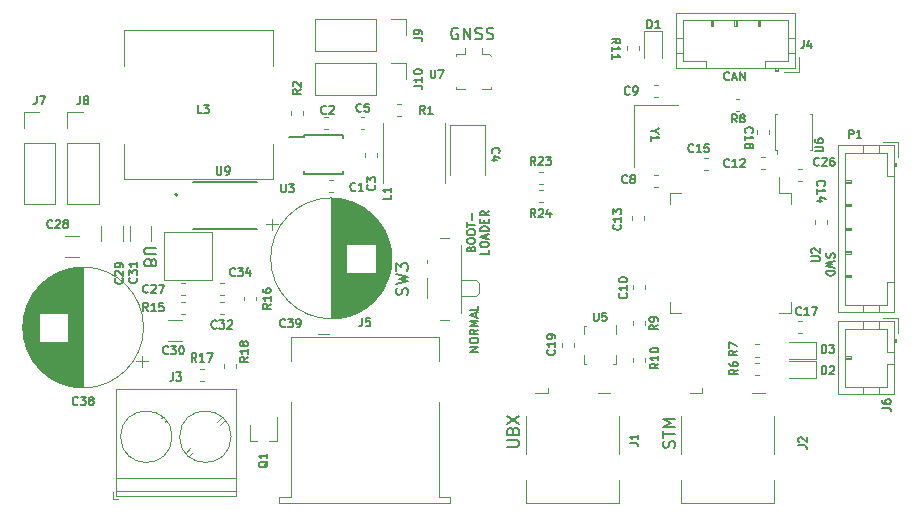
<source format=gbr>
G04 #@! TF.GenerationSoftware,KiCad,Pcbnew,5.99.0-unknown-9339afc~100~ubuntu16.04.1*
G04 #@! TF.CreationDate,2019-10-23T14:24:21+02:00*
G04 #@! TF.ProjectId,f9p_board,6639705f-626f-4617-9264-2e6b69636164,rev?*
G04 #@! TF.SameCoordinates,Original*
G04 #@! TF.FileFunction,Legend,Top*
G04 #@! TF.FilePolarity,Positive*
%FSLAX46Y46*%
G04 Gerber Fmt 4.6, Leading zero omitted, Abs format (unit mm)*
G04 Created by KiCad (PCBNEW 5.99.0-unknown-9339afc~100~ubuntu16.04.1) date 2019-10-23 14:24:21*
%MOMM*%
%LPD*%
G04 APERTURE LIST*
%ADD10C,0.150000*%
%ADD11C,0.120000*%
%ADD12C,0.127000*%
%ADD13C,0.200000*%
%ADD14C,0.100000*%
G04 APERTURE END LIST*
D10*
X82485714Y-54500000D02*
X82390476Y-54452380D01*
X82247619Y-54452380D01*
X82104761Y-54500000D01*
X82009523Y-54595238D01*
X81961904Y-54690476D01*
X81914285Y-54880952D01*
X81914285Y-55023809D01*
X81961904Y-55214285D01*
X82009523Y-55309523D01*
X82104761Y-55404761D01*
X82247619Y-55452380D01*
X82342857Y-55452380D01*
X82485714Y-55404761D01*
X82533333Y-55357142D01*
X82533333Y-55023809D01*
X82342857Y-55023809D01*
X82961904Y-55452380D02*
X82961904Y-54452380D01*
X83533333Y-55452380D01*
X83533333Y-54452380D01*
X83961904Y-55404761D02*
X84104761Y-55452380D01*
X84342857Y-55452380D01*
X84438095Y-55404761D01*
X84485714Y-55357142D01*
X84533333Y-55261904D01*
X84533333Y-55166666D01*
X84485714Y-55071428D01*
X84438095Y-55023809D01*
X84342857Y-54976190D01*
X84152380Y-54928571D01*
X84057142Y-54880952D01*
X84009523Y-54833333D01*
X83961904Y-54738095D01*
X83961904Y-54642857D01*
X84009523Y-54547619D01*
X84057142Y-54500000D01*
X84152380Y-54452380D01*
X84390476Y-54452380D01*
X84533333Y-54500000D01*
X84914285Y-55404761D02*
X85057142Y-55452380D01*
X85295238Y-55452380D01*
X85390476Y-55404761D01*
X85438095Y-55357142D01*
X85485714Y-55261904D01*
X85485714Y-55166666D01*
X85438095Y-55071428D01*
X85390476Y-55023809D01*
X85295238Y-54976190D01*
X85104761Y-54928571D01*
X85009523Y-54880952D01*
X84961904Y-54833333D01*
X84914285Y-54738095D01*
X84914285Y-54642857D01*
X84961904Y-54547619D01*
X85009523Y-54500000D01*
X85104761Y-54452380D01*
X85342857Y-54452380D01*
X85485714Y-54500000D01*
X86652380Y-89961904D02*
X87461904Y-89961904D01*
X87557142Y-89914285D01*
X87604761Y-89866666D01*
X87652380Y-89771428D01*
X87652380Y-89580952D01*
X87604761Y-89485714D01*
X87557142Y-89438095D01*
X87461904Y-89390476D01*
X86652380Y-89390476D01*
X87128571Y-88580952D02*
X87176190Y-88438095D01*
X87223809Y-88390476D01*
X87319047Y-88342857D01*
X87461904Y-88342857D01*
X87557142Y-88390476D01*
X87604761Y-88438095D01*
X87652380Y-88533333D01*
X87652380Y-88914285D01*
X86652380Y-88914285D01*
X86652380Y-88580952D01*
X86700000Y-88485714D01*
X86747619Y-88438095D01*
X86842857Y-88390476D01*
X86938095Y-88390476D01*
X87033333Y-88438095D01*
X87080952Y-88485714D01*
X87128571Y-88580952D01*
X87128571Y-88914285D01*
X86652380Y-88009523D02*
X87652380Y-87342857D01*
X86652380Y-87342857D02*
X87652380Y-88009523D01*
X100804761Y-90038095D02*
X100852380Y-89895238D01*
X100852380Y-89657142D01*
X100804761Y-89561904D01*
X100757142Y-89514285D01*
X100661904Y-89466666D01*
X100566666Y-89466666D01*
X100471428Y-89514285D01*
X100423809Y-89561904D01*
X100376190Y-89657142D01*
X100328571Y-89847619D01*
X100280952Y-89942857D01*
X100233333Y-89990476D01*
X100138095Y-90038095D01*
X100042857Y-90038095D01*
X99947619Y-89990476D01*
X99900000Y-89942857D01*
X99852380Y-89847619D01*
X99852380Y-89609523D01*
X99900000Y-89466666D01*
X99852380Y-89180952D02*
X99852380Y-88609523D01*
X100852380Y-88895238D02*
X99852380Y-88895238D01*
X100852380Y-88276190D02*
X99852380Y-88276190D01*
X100566666Y-87942857D01*
X99852380Y-87609523D01*
X100852380Y-87609523D01*
X84216666Y-81900000D02*
X83516666Y-81900000D01*
X84216666Y-81500000D01*
X83516666Y-81500000D01*
X83516666Y-81033333D02*
X83516666Y-80900000D01*
X83550000Y-80833333D01*
X83616666Y-80766666D01*
X83750000Y-80733333D01*
X83983333Y-80733333D01*
X84116666Y-80766666D01*
X84183333Y-80833333D01*
X84216666Y-80900000D01*
X84216666Y-81033333D01*
X84183333Y-81100000D01*
X84116666Y-81166666D01*
X83983333Y-81200000D01*
X83750000Y-81200000D01*
X83616666Y-81166666D01*
X83550000Y-81100000D01*
X83516666Y-81033333D01*
X84216666Y-80033333D02*
X83883333Y-80266666D01*
X84216666Y-80433333D02*
X83516666Y-80433333D01*
X83516666Y-80166666D01*
X83550000Y-80100000D01*
X83583333Y-80066666D01*
X83650000Y-80033333D01*
X83750000Y-80033333D01*
X83816666Y-80066666D01*
X83850000Y-80100000D01*
X83883333Y-80166666D01*
X83883333Y-80433333D01*
X84216666Y-79733333D02*
X83516666Y-79733333D01*
X84016666Y-79500000D01*
X83516666Y-79266666D01*
X84216666Y-79266666D01*
X84016666Y-78966666D02*
X84016666Y-78633333D01*
X84216666Y-79033333D02*
X83516666Y-78800000D01*
X84216666Y-78566666D01*
X84216666Y-78000000D02*
X84216666Y-78333333D01*
X83516666Y-78333333D01*
X83586500Y-73183333D02*
X83619833Y-73083333D01*
X83653166Y-73050000D01*
X83719833Y-73016666D01*
X83819833Y-73016666D01*
X83886500Y-73050000D01*
X83919833Y-73083333D01*
X83953166Y-73150000D01*
X83953166Y-73416666D01*
X83253166Y-73416666D01*
X83253166Y-73183333D01*
X83286500Y-73116666D01*
X83319833Y-73083333D01*
X83386500Y-73050000D01*
X83453166Y-73050000D01*
X83519833Y-73083333D01*
X83553166Y-73116666D01*
X83586500Y-73183333D01*
X83586500Y-73416666D01*
X83253166Y-72583333D02*
X83253166Y-72450000D01*
X83286500Y-72383333D01*
X83353166Y-72316666D01*
X83486500Y-72283333D01*
X83719833Y-72283333D01*
X83853166Y-72316666D01*
X83919833Y-72383333D01*
X83953166Y-72450000D01*
X83953166Y-72583333D01*
X83919833Y-72650000D01*
X83853166Y-72716666D01*
X83719833Y-72750000D01*
X83486500Y-72750000D01*
X83353166Y-72716666D01*
X83286500Y-72650000D01*
X83253166Y-72583333D01*
X83253166Y-71850000D02*
X83253166Y-71716666D01*
X83286500Y-71650000D01*
X83353166Y-71583333D01*
X83486500Y-71550000D01*
X83719833Y-71550000D01*
X83853166Y-71583333D01*
X83919833Y-71650000D01*
X83953166Y-71716666D01*
X83953166Y-71850000D01*
X83919833Y-71916666D01*
X83853166Y-71983333D01*
X83719833Y-72016666D01*
X83486500Y-72016666D01*
X83353166Y-71983333D01*
X83286500Y-71916666D01*
X83253166Y-71850000D01*
X83253166Y-71350000D02*
X83253166Y-70950000D01*
X83953166Y-71150000D02*
X83253166Y-71150000D01*
X83686500Y-70716666D02*
X83686500Y-70183333D01*
X85080166Y-73266666D02*
X85080166Y-73600000D01*
X84380166Y-73600000D01*
X84380166Y-72900000D02*
X84380166Y-72766666D01*
X84413500Y-72700000D01*
X84480166Y-72633333D01*
X84613500Y-72600000D01*
X84846833Y-72600000D01*
X84980166Y-72633333D01*
X85046833Y-72700000D01*
X85080166Y-72766666D01*
X85080166Y-72900000D01*
X85046833Y-72966666D01*
X84980166Y-73033333D01*
X84846833Y-73066666D01*
X84613500Y-73066666D01*
X84480166Y-73033333D01*
X84413500Y-72966666D01*
X84380166Y-72900000D01*
X84880166Y-72333333D02*
X84880166Y-72000000D01*
X85080166Y-72400000D02*
X84380166Y-72166666D01*
X85080166Y-71933333D01*
X85080166Y-71700000D02*
X84380166Y-71700000D01*
X84380166Y-71533333D01*
X84413500Y-71433333D01*
X84480166Y-71366666D01*
X84546833Y-71333333D01*
X84680166Y-71300000D01*
X84780166Y-71300000D01*
X84913500Y-71333333D01*
X84980166Y-71366666D01*
X85046833Y-71433333D01*
X85080166Y-71533333D01*
X85080166Y-71700000D01*
X84713500Y-71000000D02*
X84713500Y-70766666D01*
X85080166Y-70666666D02*
X85080166Y-71000000D01*
X84380166Y-71000000D01*
X84380166Y-70666666D01*
X85080166Y-69966666D02*
X84746833Y-70200000D01*
X85080166Y-70366666D02*
X84380166Y-70366666D01*
X84380166Y-70100000D01*
X84413500Y-70033333D01*
X84446833Y-70000000D01*
X84513500Y-69966666D01*
X84613500Y-69966666D01*
X84680166Y-70000000D01*
X84713500Y-70033333D01*
X84746833Y-70100000D01*
X84746833Y-70366666D01*
D11*
X54250000Y-67300000D02*
X54250000Y-64300000D01*
X66850000Y-67300000D02*
X54250000Y-67300000D01*
X66850000Y-64300000D02*
X66850000Y-67300000D01*
X66850000Y-54700000D02*
X66850000Y-57700000D01*
X54250000Y-54700000D02*
X66850000Y-54700000D01*
X54250000Y-57700000D02*
X54250000Y-54700000D01*
X61690000Y-71800000D02*
X61690000Y-75800000D01*
X61690000Y-75800000D02*
X57640000Y-75800000D01*
X57640000Y-75800000D02*
X57640000Y-71800000D01*
X57640000Y-71800000D02*
X61690000Y-71800000D01*
X111060000Y-57910000D02*
X111060000Y-53190000D01*
X111060000Y-53190000D02*
X100940000Y-53190000D01*
X100940000Y-53190000D02*
X100940000Y-57910000D01*
X100940000Y-57910000D02*
X111060000Y-57910000D01*
X109300000Y-57910000D02*
X109300000Y-58110000D01*
X109300000Y-58110000D02*
X109600000Y-58110000D01*
X109600000Y-58110000D02*
X109600000Y-57910000D01*
X109300000Y-58010000D02*
X109600000Y-58010000D01*
X108500000Y-57910000D02*
X108500000Y-57300000D01*
X108500000Y-57300000D02*
X110450000Y-57300000D01*
X110450000Y-57300000D02*
X110450000Y-53800000D01*
X110450000Y-53800000D02*
X101550000Y-53800000D01*
X101550000Y-53800000D02*
X101550000Y-57300000D01*
X101550000Y-57300000D02*
X103500000Y-57300000D01*
X103500000Y-57300000D02*
X103500000Y-57910000D01*
X111060000Y-56600000D02*
X110450000Y-56600000D01*
X111060000Y-55300000D02*
X110450000Y-55300000D01*
X100940000Y-56600000D02*
X101550000Y-56600000D01*
X100940000Y-55300000D02*
X101550000Y-55300000D01*
X108100000Y-53800000D02*
X108100000Y-54300000D01*
X108100000Y-54300000D02*
X107900000Y-54300000D01*
X107900000Y-54300000D02*
X107900000Y-53800000D01*
X108000000Y-53800000D02*
X108000000Y-54300000D01*
X106100000Y-53800000D02*
X106100000Y-54300000D01*
X106100000Y-54300000D02*
X105900000Y-54300000D01*
X105900000Y-54300000D02*
X105900000Y-53800000D01*
X106000000Y-53800000D02*
X106000000Y-54300000D01*
X104100000Y-53800000D02*
X104100000Y-54300000D01*
X104100000Y-54300000D02*
X103900000Y-54300000D01*
X103900000Y-54300000D02*
X103900000Y-53800000D01*
X104000000Y-53800000D02*
X104000000Y-54300000D01*
X110110000Y-58210000D02*
X111360000Y-58210000D01*
X111360000Y-58210000D02*
X111360000Y-56960000D01*
X81720000Y-72300000D02*
X80930000Y-72300000D01*
X80930000Y-79200000D02*
X81720000Y-79200000D01*
X79880000Y-77350000D02*
X79880000Y-75650000D01*
X82730000Y-78600000D02*
X82730000Y-72900000D01*
X84020000Y-75850000D02*
X82730000Y-75850000D01*
X84230000Y-76950000D02*
X84230000Y-76050000D01*
X82730000Y-77150000D02*
X84020000Y-77150000D01*
X84020000Y-75850000D02*
X84230000Y-76050000D01*
X84020000Y-77150000D02*
X84230000Y-76950000D01*
X79880000Y-74350000D02*
X79880000Y-74150000D01*
X89337221Y-69260000D02*
X89662779Y-69260000D01*
X89337221Y-68240000D02*
X89662779Y-68240000D01*
X89337221Y-67710000D02*
X89662779Y-67710000D01*
X89337221Y-66690000D02*
X89662779Y-66690000D01*
X78130000Y-57470000D02*
X78130000Y-58800000D01*
X76800000Y-57470000D02*
X78130000Y-57470000D01*
X75530000Y-57470000D02*
X75530000Y-60130000D01*
X75530000Y-60130000D02*
X70390000Y-60130000D01*
X75530000Y-57470000D02*
X70390000Y-57470000D01*
X70390000Y-57470000D02*
X70390000Y-60130000D01*
X78130000Y-53770000D02*
X78130000Y-55100000D01*
X76800000Y-53770000D02*
X78130000Y-53770000D01*
X75530000Y-53770000D02*
X75530000Y-56430000D01*
X75530000Y-56430000D02*
X70390000Y-56430000D01*
X75530000Y-53770000D02*
X70390000Y-53770000D01*
X70390000Y-53770000D02*
X70390000Y-56430000D01*
X57897936Y-81010000D02*
X59102064Y-81010000D01*
X57897936Y-79190000D02*
X59102064Y-79190000D01*
X64840000Y-88070000D02*
X64840000Y-89480000D01*
X67160000Y-89480000D02*
X67160000Y-87450000D01*
X67160000Y-89480000D02*
X66500000Y-89480000D01*
X65500000Y-89480000D02*
X64840000Y-89480000D01*
X49395000Y-61645000D02*
X50725000Y-61645000D01*
X49395000Y-62975000D02*
X49395000Y-61645000D01*
X49395000Y-64245000D02*
X52055000Y-64245000D01*
X52055000Y-64245000D02*
X52055000Y-69385000D01*
X49395000Y-64245000D02*
X49395000Y-69385000D01*
X49395000Y-69385000D02*
X52055000Y-69385000D01*
X45720000Y-61645000D02*
X47050000Y-61645000D01*
X45720000Y-62975000D02*
X45720000Y-61645000D01*
X45720000Y-64245000D02*
X48380000Y-64245000D01*
X48380000Y-64245000D02*
X48380000Y-69385000D01*
X45720000Y-64245000D02*
X45720000Y-69385000D01*
X45720000Y-69385000D02*
X48380000Y-69385000D01*
X66770354Y-70625000D02*
X66770354Y-71625000D01*
X66270354Y-71125000D02*
X67270354Y-71125000D01*
X76831000Y-73401000D02*
X76831000Y-74599000D01*
X76791000Y-73138000D02*
X76791000Y-74862000D01*
X76751000Y-72938000D02*
X76751000Y-75062000D01*
X76711000Y-72770000D02*
X76711000Y-75230000D01*
X76671000Y-72622000D02*
X76671000Y-75378000D01*
X76631000Y-72490000D02*
X76631000Y-75510000D01*
X76591000Y-72370000D02*
X76591000Y-75630000D01*
X76551000Y-72258000D02*
X76551000Y-75742000D01*
X76511000Y-72154000D02*
X76511000Y-75846000D01*
X76471000Y-72056000D02*
X76471000Y-75944000D01*
X76431000Y-71963000D02*
X76431000Y-76037000D01*
X76391000Y-71875000D02*
X76391000Y-76125000D01*
X76351000Y-71791000D02*
X76351000Y-76209000D01*
X76311000Y-71711000D02*
X76311000Y-76289000D01*
X76271000Y-71635000D02*
X76271000Y-76365000D01*
X76231000Y-71561000D02*
X76231000Y-76439000D01*
X76191000Y-71490000D02*
X76191000Y-76510000D01*
X76151000Y-71421000D02*
X76151000Y-76579000D01*
X76111000Y-71355000D02*
X76111000Y-76645000D01*
X76071000Y-71291000D02*
X76071000Y-76709000D01*
X76031000Y-71230000D02*
X76031000Y-76770000D01*
X75991000Y-71170000D02*
X75991000Y-76830000D01*
X75951000Y-71111000D02*
X75951000Y-76889000D01*
X75911000Y-71055000D02*
X75911000Y-76945000D01*
X75871000Y-71000000D02*
X75871000Y-77000000D01*
X75831000Y-70946000D02*
X75831000Y-77054000D01*
X75791000Y-70894000D02*
X75791000Y-77106000D01*
X75751000Y-70844000D02*
X75751000Y-77156000D01*
X75711000Y-70794000D02*
X75711000Y-77206000D01*
X75671000Y-70746000D02*
X75671000Y-77254000D01*
X75631000Y-70699000D02*
X75631000Y-77301000D01*
X75591000Y-70653000D02*
X75591000Y-77347000D01*
X75551000Y-70608000D02*
X75551000Y-77392000D01*
X75511000Y-70564000D02*
X75511000Y-77436000D01*
X75471000Y-75241000D02*
X75471000Y-77478000D01*
X75471000Y-70522000D02*
X75471000Y-72759000D01*
X75431000Y-75241000D02*
X75431000Y-77520000D01*
X75431000Y-70480000D02*
X75431000Y-72759000D01*
X75391000Y-75241000D02*
X75391000Y-77561000D01*
X75391000Y-70439000D02*
X75391000Y-72759000D01*
X75351000Y-75241000D02*
X75351000Y-77601000D01*
X75351000Y-70399000D02*
X75351000Y-72759000D01*
X75311000Y-75241000D02*
X75311000Y-77640000D01*
X75311000Y-70360000D02*
X75311000Y-72759000D01*
X75271000Y-75241000D02*
X75271000Y-77679000D01*
X75271000Y-70321000D02*
X75271000Y-72759000D01*
X75231000Y-75241000D02*
X75231000Y-77716000D01*
X75231000Y-70284000D02*
X75231000Y-72759000D01*
X75191000Y-75241000D02*
X75191000Y-77753000D01*
X75191000Y-70247000D02*
X75191000Y-72759000D01*
X75151000Y-75241000D02*
X75151000Y-77789000D01*
X75151000Y-70211000D02*
X75151000Y-72759000D01*
X75111000Y-75241000D02*
X75111000Y-77824000D01*
X75111000Y-70176000D02*
X75111000Y-72759000D01*
X75071000Y-75241000D02*
X75071000Y-77858000D01*
X75071000Y-70142000D02*
X75071000Y-72759000D01*
X75031000Y-75241000D02*
X75031000Y-77892000D01*
X75031000Y-70108000D02*
X75031000Y-72759000D01*
X74991000Y-75241000D02*
X74991000Y-77925000D01*
X74991000Y-70075000D02*
X74991000Y-72759000D01*
X74951000Y-75241000D02*
X74951000Y-77957000D01*
X74951000Y-70043000D02*
X74951000Y-72759000D01*
X74911000Y-75241000D02*
X74911000Y-77989000D01*
X74911000Y-70011000D02*
X74911000Y-72759000D01*
X74871000Y-75241000D02*
X74871000Y-78020000D01*
X74871000Y-69980000D02*
X74871000Y-72759000D01*
X74831000Y-75241000D02*
X74831000Y-78050000D01*
X74831000Y-69950000D02*
X74831000Y-72759000D01*
X74791000Y-75241000D02*
X74791000Y-78080000D01*
X74791000Y-69920000D02*
X74791000Y-72759000D01*
X74751000Y-75241000D02*
X74751000Y-78110000D01*
X74751000Y-69890000D02*
X74751000Y-72759000D01*
X74711000Y-75241000D02*
X74711000Y-78138000D01*
X74711000Y-69862000D02*
X74711000Y-72759000D01*
X74671000Y-75241000D02*
X74671000Y-78166000D01*
X74671000Y-69834000D02*
X74671000Y-72759000D01*
X74631000Y-75241000D02*
X74631000Y-78194000D01*
X74631000Y-69806000D02*
X74631000Y-72759000D01*
X74591000Y-75241000D02*
X74591000Y-78221000D01*
X74591000Y-69779000D02*
X74591000Y-72759000D01*
X74551000Y-75241000D02*
X74551000Y-78247000D01*
X74551000Y-69753000D02*
X74551000Y-72759000D01*
X74511000Y-75241000D02*
X74511000Y-78273000D01*
X74511000Y-69727000D02*
X74511000Y-72759000D01*
X74471000Y-75241000D02*
X74471000Y-78298000D01*
X74471000Y-69702000D02*
X74471000Y-72759000D01*
X74431000Y-75241000D02*
X74431000Y-78323000D01*
X74431000Y-69677000D02*
X74431000Y-72759000D01*
X74391000Y-75241000D02*
X74391000Y-78347000D01*
X74391000Y-69653000D02*
X74391000Y-72759000D01*
X74351000Y-75241000D02*
X74351000Y-78371000D01*
X74351000Y-69629000D02*
X74351000Y-72759000D01*
X74311000Y-75241000D02*
X74311000Y-78395000D01*
X74311000Y-69605000D02*
X74311000Y-72759000D01*
X74271000Y-75241000D02*
X74271000Y-78417000D01*
X74271000Y-69583000D02*
X74271000Y-72759000D01*
X74231000Y-75241000D02*
X74231000Y-78440000D01*
X74231000Y-69560000D02*
X74231000Y-72759000D01*
X74191000Y-75241000D02*
X74191000Y-78462000D01*
X74191000Y-69538000D02*
X74191000Y-72759000D01*
X74151000Y-75241000D02*
X74151000Y-78483000D01*
X74151000Y-69517000D02*
X74151000Y-72759000D01*
X74111000Y-75241000D02*
X74111000Y-78504000D01*
X74111000Y-69496000D02*
X74111000Y-72759000D01*
X74071000Y-75241000D02*
X74071000Y-78525000D01*
X74071000Y-69475000D02*
X74071000Y-72759000D01*
X74031000Y-75241000D02*
X74031000Y-78545000D01*
X74031000Y-69455000D02*
X74031000Y-72759000D01*
X73991000Y-75241000D02*
X73991000Y-78564000D01*
X73991000Y-69436000D02*
X73991000Y-72759000D01*
X73951000Y-75241000D02*
X73951000Y-78584000D01*
X73951000Y-69416000D02*
X73951000Y-72759000D01*
X73911000Y-75241000D02*
X73911000Y-78603000D01*
X73911000Y-69397000D02*
X73911000Y-72759000D01*
X73871000Y-75241000D02*
X73871000Y-78621000D01*
X73871000Y-69379000D02*
X73871000Y-72759000D01*
X73831000Y-75241000D02*
X73831000Y-78639000D01*
X73831000Y-69361000D02*
X73831000Y-72759000D01*
X73791000Y-75241000D02*
X73791000Y-78657000D01*
X73791000Y-69343000D02*
X73791000Y-72759000D01*
X73751000Y-75241000D02*
X73751000Y-78674000D01*
X73751000Y-69326000D02*
X73751000Y-72759000D01*
X73711000Y-75241000D02*
X73711000Y-78690000D01*
X73711000Y-69310000D02*
X73711000Y-72759000D01*
X73671000Y-75241000D02*
X73671000Y-78707000D01*
X73671000Y-69293000D02*
X73671000Y-72759000D01*
X73631000Y-75241000D02*
X73631000Y-78723000D01*
X73631000Y-69277000D02*
X73631000Y-72759000D01*
X73591000Y-75241000D02*
X73591000Y-78738000D01*
X73591000Y-69262000D02*
X73591000Y-72759000D01*
X73551000Y-75241000D02*
X73551000Y-78754000D01*
X73551000Y-69246000D02*
X73551000Y-72759000D01*
X73511000Y-75241000D02*
X73511000Y-78768000D01*
X73511000Y-69232000D02*
X73511000Y-72759000D01*
X73471000Y-75241000D02*
X73471000Y-78783000D01*
X73471000Y-69217000D02*
X73471000Y-72759000D01*
X73431000Y-75241000D02*
X73431000Y-78797000D01*
X73431000Y-69203000D02*
X73431000Y-72759000D01*
X73391000Y-75241000D02*
X73391000Y-78811000D01*
X73391000Y-69189000D02*
X73391000Y-72759000D01*
X73351000Y-75241000D02*
X73351000Y-78824000D01*
X73351000Y-69176000D02*
X73351000Y-72759000D01*
X73311000Y-75241000D02*
X73311000Y-78837000D01*
X73311000Y-69163000D02*
X73311000Y-72759000D01*
X73271000Y-75241000D02*
X73271000Y-78850000D01*
X73271000Y-69150000D02*
X73271000Y-72759000D01*
X73231000Y-75241000D02*
X73231000Y-78862000D01*
X73231000Y-69138000D02*
X73231000Y-72759000D01*
X73191000Y-75241000D02*
X73191000Y-78874000D01*
X73191000Y-69126000D02*
X73191000Y-72759000D01*
X73151000Y-75241000D02*
X73151000Y-78885000D01*
X73151000Y-69115000D02*
X73151000Y-72759000D01*
X73111000Y-75241000D02*
X73111000Y-78897000D01*
X73111000Y-69103000D02*
X73111000Y-72759000D01*
X73071000Y-75241000D02*
X73071000Y-78907000D01*
X73071000Y-69093000D02*
X73071000Y-72759000D01*
X73031000Y-75241000D02*
X73031000Y-78918000D01*
X73031000Y-69082000D02*
X73031000Y-72759000D01*
X72991000Y-69072000D02*
X72991000Y-78928000D01*
X72951000Y-69062000D02*
X72951000Y-78938000D01*
X72911000Y-69053000D02*
X72911000Y-78947000D01*
X72871000Y-69044000D02*
X72871000Y-78956000D01*
X72831000Y-69035000D02*
X72831000Y-78965000D01*
X72791000Y-69026000D02*
X72791000Y-78974000D01*
X72751000Y-69018000D02*
X72751000Y-78982000D01*
X72711000Y-69010000D02*
X72711000Y-78990000D01*
X72671000Y-69003000D02*
X72671000Y-78997000D01*
X72631000Y-68996000D02*
X72631000Y-79004000D01*
X72591000Y-68989000D02*
X72591000Y-79011000D01*
X72551000Y-68982000D02*
X72551000Y-79018000D01*
X72511000Y-68976000D02*
X72511000Y-79024000D01*
X72471000Y-68970000D02*
X72471000Y-79030000D01*
X72430000Y-68965000D02*
X72430000Y-79035000D01*
X72390000Y-68960000D02*
X72390000Y-79040000D01*
X72350000Y-68955000D02*
X72350000Y-79045000D01*
X72310000Y-68950000D02*
X72310000Y-79050000D01*
X72270000Y-68946000D02*
X72270000Y-79054000D01*
X72230000Y-68942000D02*
X72230000Y-79058000D01*
X72190000Y-68938000D02*
X72190000Y-79062000D01*
X72150000Y-68935000D02*
X72150000Y-79065000D01*
X72110000Y-68932000D02*
X72110000Y-79068000D01*
X72070000Y-68930000D02*
X72070000Y-79070000D01*
X72030000Y-68927000D02*
X72030000Y-79073000D01*
X71990000Y-68925000D02*
X71990000Y-79075000D01*
X71950000Y-68923000D02*
X71950000Y-79077000D01*
X71910000Y-68922000D02*
X71910000Y-79078000D01*
X71870000Y-68921000D02*
X71870000Y-79079000D01*
X71830000Y-68920000D02*
X71830000Y-79080000D01*
X71790000Y-68920000D02*
X71790000Y-79080000D01*
X71750000Y-68920000D02*
X71750000Y-79080000D01*
X76870000Y-74000000D02*
G75*
G03X76870000Y-74000000I-5120000J0D01*
G01*
X55729646Y-83225000D02*
X55729646Y-82225000D01*
X56229646Y-82725000D02*
X55229646Y-82725000D01*
X45669000Y-80449000D02*
X45669000Y-79251000D01*
X45709000Y-80712000D02*
X45709000Y-78988000D01*
X45749000Y-80912000D02*
X45749000Y-78788000D01*
X45789000Y-81080000D02*
X45789000Y-78620000D01*
X45829000Y-81228000D02*
X45829000Y-78472000D01*
X45869000Y-81360000D02*
X45869000Y-78340000D01*
X45909000Y-81480000D02*
X45909000Y-78220000D01*
X45949000Y-81592000D02*
X45949000Y-78108000D01*
X45989000Y-81696000D02*
X45989000Y-78004000D01*
X46029000Y-81794000D02*
X46029000Y-77906000D01*
X46069000Y-81887000D02*
X46069000Y-77813000D01*
X46109000Y-81975000D02*
X46109000Y-77725000D01*
X46149000Y-82059000D02*
X46149000Y-77641000D01*
X46189000Y-82139000D02*
X46189000Y-77561000D01*
X46229000Y-82215000D02*
X46229000Y-77485000D01*
X46269000Y-82289000D02*
X46269000Y-77411000D01*
X46309000Y-82360000D02*
X46309000Y-77340000D01*
X46349000Y-82429000D02*
X46349000Y-77271000D01*
X46389000Y-82495000D02*
X46389000Y-77205000D01*
X46429000Y-82559000D02*
X46429000Y-77141000D01*
X46469000Y-82620000D02*
X46469000Y-77080000D01*
X46509000Y-82680000D02*
X46509000Y-77020000D01*
X46549000Y-82739000D02*
X46549000Y-76961000D01*
X46589000Y-82795000D02*
X46589000Y-76905000D01*
X46629000Y-82850000D02*
X46629000Y-76850000D01*
X46669000Y-82904000D02*
X46669000Y-76796000D01*
X46709000Y-82956000D02*
X46709000Y-76744000D01*
X46749000Y-83006000D02*
X46749000Y-76694000D01*
X46789000Y-83056000D02*
X46789000Y-76644000D01*
X46829000Y-83104000D02*
X46829000Y-76596000D01*
X46869000Y-83151000D02*
X46869000Y-76549000D01*
X46909000Y-83197000D02*
X46909000Y-76503000D01*
X46949000Y-83242000D02*
X46949000Y-76458000D01*
X46989000Y-83286000D02*
X46989000Y-76414000D01*
X47029000Y-78609000D02*
X47029000Y-76372000D01*
X47029000Y-83328000D02*
X47029000Y-81091000D01*
X47069000Y-78609000D02*
X47069000Y-76330000D01*
X47069000Y-83370000D02*
X47069000Y-81091000D01*
X47109000Y-78609000D02*
X47109000Y-76289000D01*
X47109000Y-83411000D02*
X47109000Y-81091000D01*
X47149000Y-78609000D02*
X47149000Y-76249000D01*
X47149000Y-83451000D02*
X47149000Y-81091000D01*
X47189000Y-78609000D02*
X47189000Y-76210000D01*
X47189000Y-83490000D02*
X47189000Y-81091000D01*
X47229000Y-78609000D02*
X47229000Y-76171000D01*
X47229000Y-83529000D02*
X47229000Y-81091000D01*
X47269000Y-78609000D02*
X47269000Y-76134000D01*
X47269000Y-83566000D02*
X47269000Y-81091000D01*
X47309000Y-78609000D02*
X47309000Y-76097000D01*
X47309000Y-83603000D02*
X47309000Y-81091000D01*
X47349000Y-78609000D02*
X47349000Y-76061000D01*
X47349000Y-83639000D02*
X47349000Y-81091000D01*
X47389000Y-78609000D02*
X47389000Y-76026000D01*
X47389000Y-83674000D02*
X47389000Y-81091000D01*
X47429000Y-78609000D02*
X47429000Y-75992000D01*
X47429000Y-83708000D02*
X47429000Y-81091000D01*
X47469000Y-78609000D02*
X47469000Y-75958000D01*
X47469000Y-83742000D02*
X47469000Y-81091000D01*
X47509000Y-78609000D02*
X47509000Y-75925000D01*
X47509000Y-83775000D02*
X47509000Y-81091000D01*
X47549000Y-78609000D02*
X47549000Y-75893000D01*
X47549000Y-83807000D02*
X47549000Y-81091000D01*
X47589000Y-78609000D02*
X47589000Y-75861000D01*
X47589000Y-83839000D02*
X47589000Y-81091000D01*
X47629000Y-78609000D02*
X47629000Y-75830000D01*
X47629000Y-83870000D02*
X47629000Y-81091000D01*
X47669000Y-78609000D02*
X47669000Y-75800000D01*
X47669000Y-83900000D02*
X47669000Y-81091000D01*
X47709000Y-78609000D02*
X47709000Y-75770000D01*
X47709000Y-83930000D02*
X47709000Y-81091000D01*
X47749000Y-78609000D02*
X47749000Y-75740000D01*
X47749000Y-83960000D02*
X47749000Y-81091000D01*
X47789000Y-78609000D02*
X47789000Y-75712000D01*
X47789000Y-83988000D02*
X47789000Y-81091000D01*
X47829000Y-78609000D02*
X47829000Y-75684000D01*
X47829000Y-84016000D02*
X47829000Y-81091000D01*
X47869000Y-78609000D02*
X47869000Y-75656000D01*
X47869000Y-84044000D02*
X47869000Y-81091000D01*
X47909000Y-78609000D02*
X47909000Y-75629000D01*
X47909000Y-84071000D02*
X47909000Y-81091000D01*
X47949000Y-78609000D02*
X47949000Y-75603000D01*
X47949000Y-84097000D02*
X47949000Y-81091000D01*
X47989000Y-78609000D02*
X47989000Y-75577000D01*
X47989000Y-84123000D02*
X47989000Y-81091000D01*
X48029000Y-78609000D02*
X48029000Y-75552000D01*
X48029000Y-84148000D02*
X48029000Y-81091000D01*
X48069000Y-78609000D02*
X48069000Y-75527000D01*
X48069000Y-84173000D02*
X48069000Y-81091000D01*
X48109000Y-78609000D02*
X48109000Y-75503000D01*
X48109000Y-84197000D02*
X48109000Y-81091000D01*
X48149000Y-78609000D02*
X48149000Y-75479000D01*
X48149000Y-84221000D02*
X48149000Y-81091000D01*
X48189000Y-78609000D02*
X48189000Y-75455000D01*
X48189000Y-84245000D02*
X48189000Y-81091000D01*
X48229000Y-78609000D02*
X48229000Y-75433000D01*
X48229000Y-84267000D02*
X48229000Y-81091000D01*
X48269000Y-78609000D02*
X48269000Y-75410000D01*
X48269000Y-84290000D02*
X48269000Y-81091000D01*
X48309000Y-78609000D02*
X48309000Y-75388000D01*
X48309000Y-84312000D02*
X48309000Y-81091000D01*
X48349000Y-78609000D02*
X48349000Y-75367000D01*
X48349000Y-84333000D02*
X48349000Y-81091000D01*
X48389000Y-78609000D02*
X48389000Y-75346000D01*
X48389000Y-84354000D02*
X48389000Y-81091000D01*
X48429000Y-78609000D02*
X48429000Y-75325000D01*
X48429000Y-84375000D02*
X48429000Y-81091000D01*
X48469000Y-78609000D02*
X48469000Y-75305000D01*
X48469000Y-84395000D02*
X48469000Y-81091000D01*
X48509000Y-78609000D02*
X48509000Y-75286000D01*
X48509000Y-84414000D02*
X48509000Y-81091000D01*
X48549000Y-78609000D02*
X48549000Y-75266000D01*
X48549000Y-84434000D02*
X48549000Y-81091000D01*
X48589000Y-78609000D02*
X48589000Y-75247000D01*
X48589000Y-84453000D02*
X48589000Y-81091000D01*
X48629000Y-78609000D02*
X48629000Y-75229000D01*
X48629000Y-84471000D02*
X48629000Y-81091000D01*
X48669000Y-78609000D02*
X48669000Y-75211000D01*
X48669000Y-84489000D02*
X48669000Y-81091000D01*
X48709000Y-78609000D02*
X48709000Y-75193000D01*
X48709000Y-84507000D02*
X48709000Y-81091000D01*
X48749000Y-78609000D02*
X48749000Y-75176000D01*
X48749000Y-84524000D02*
X48749000Y-81091000D01*
X48789000Y-78609000D02*
X48789000Y-75160000D01*
X48789000Y-84540000D02*
X48789000Y-81091000D01*
X48829000Y-78609000D02*
X48829000Y-75143000D01*
X48829000Y-84557000D02*
X48829000Y-81091000D01*
X48869000Y-78609000D02*
X48869000Y-75127000D01*
X48869000Y-84573000D02*
X48869000Y-81091000D01*
X48909000Y-78609000D02*
X48909000Y-75112000D01*
X48909000Y-84588000D02*
X48909000Y-81091000D01*
X48949000Y-78609000D02*
X48949000Y-75096000D01*
X48949000Y-84604000D02*
X48949000Y-81091000D01*
X48989000Y-78609000D02*
X48989000Y-75082000D01*
X48989000Y-84618000D02*
X48989000Y-81091000D01*
X49029000Y-78609000D02*
X49029000Y-75067000D01*
X49029000Y-84633000D02*
X49029000Y-81091000D01*
X49069000Y-78609000D02*
X49069000Y-75053000D01*
X49069000Y-84647000D02*
X49069000Y-81091000D01*
X49109000Y-78609000D02*
X49109000Y-75039000D01*
X49109000Y-84661000D02*
X49109000Y-81091000D01*
X49149000Y-78609000D02*
X49149000Y-75026000D01*
X49149000Y-84674000D02*
X49149000Y-81091000D01*
X49189000Y-78609000D02*
X49189000Y-75013000D01*
X49189000Y-84687000D02*
X49189000Y-81091000D01*
X49229000Y-78609000D02*
X49229000Y-75000000D01*
X49229000Y-84700000D02*
X49229000Y-81091000D01*
X49269000Y-78609000D02*
X49269000Y-74988000D01*
X49269000Y-84712000D02*
X49269000Y-81091000D01*
X49309000Y-78609000D02*
X49309000Y-74976000D01*
X49309000Y-84724000D02*
X49309000Y-81091000D01*
X49349000Y-78609000D02*
X49349000Y-74965000D01*
X49349000Y-84735000D02*
X49349000Y-81091000D01*
X49389000Y-78609000D02*
X49389000Y-74953000D01*
X49389000Y-84747000D02*
X49389000Y-81091000D01*
X49429000Y-78609000D02*
X49429000Y-74943000D01*
X49429000Y-84757000D02*
X49429000Y-81091000D01*
X49469000Y-78609000D02*
X49469000Y-74932000D01*
X49469000Y-84768000D02*
X49469000Y-81091000D01*
X49509000Y-84778000D02*
X49509000Y-74922000D01*
X49549000Y-84788000D02*
X49549000Y-74912000D01*
X49589000Y-84797000D02*
X49589000Y-74903000D01*
X49629000Y-84806000D02*
X49629000Y-74894000D01*
X49669000Y-84815000D02*
X49669000Y-74885000D01*
X49709000Y-84824000D02*
X49709000Y-74876000D01*
X49749000Y-84832000D02*
X49749000Y-74868000D01*
X49789000Y-84840000D02*
X49789000Y-74860000D01*
X49829000Y-84847000D02*
X49829000Y-74853000D01*
X49869000Y-84854000D02*
X49869000Y-74846000D01*
X49909000Y-84861000D02*
X49909000Y-74839000D01*
X49949000Y-84868000D02*
X49949000Y-74832000D01*
X49989000Y-84874000D02*
X49989000Y-74826000D01*
X50029000Y-84880000D02*
X50029000Y-74820000D01*
X50070000Y-84885000D02*
X50070000Y-74815000D01*
X50110000Y-84890000D02*
X50110000Y-74810000D01*
X50150000Y-84895000D02*
X50150000Y-74805000D01*
X50190000Y-84900000D02*
X50190000Y-74800000D01*
X50230000Y-84904000D02*
X50230000Y-74796000D01*
X50270000Y-84908000D02*
X50270000Y-74792000D01*
X50310000Y-84912000D02*
X50310000Y-74788000D01*
X50350000Y-84915000D02*
X50350000Y-74785000D01*
X50390000Y-84918000D02*
X50390000Y-74782000D01*
X50430000Y-84920000D02*
X50430000Y-74780000D01*
X50470000Y-84923000D02*
X50470000Y-74777000D01*
X50510000Y-84925000D02*
X50510000Y-74775000D01*
X50550000Y-84927000D02*
X50550000Y-74773000D01*
X50590000Y-84928000D02*
X50590000Y-74772000D01*
X50630000Y-84929000D02*
X50630000Y-74771000D01*
X50670000Y-84930000D02*
X50670000Y-74770000D01*
X50710000Y-84930000D02*
X50710000Y-74770000D01*
X50750000Y-84930000D02*
X50750000Y-74770000D01*
X55870000Y-79850000D02*
G75*
G03X55870000Y-79850000I-5120000J0D01*
G01*
X60637221Y-84360000D02*
X60962779Y-84360000D01*
X60637221Y-83340000D02*
X60962779Y-83340000D01*
D12*
X60065000Y-67515000D02*
X65435000Y-67515000D01*
X65435000Y-71485000D02*
X60065000Y-71485000D01*
D13*
X58750000Y-68600000D02*
G75*
G03X58750000Y-68600000I-100000J0D01*
G01*
D11*
X63660000Y-83262779D02*
X63660000Y-82937221D01*
X62640000Y-83262779D02*
X62640000Y-82937221D01*
X64390000Y-77237221D02*
X64390000Y-77562779D01*
X65410000Y-77237221D02*
X65410000Y-77562779D01*
X59037221Y-78710000D02*
X59362779Y-78710000D01*
X59037221Y-77690000D02*
X59362779Y-77690000D01*
X119710000Y-79040000D02*
X118460000Y-79040000D01*
X119710000Y-80290000D02*
X119710000Y-79040000D01*
X115300000Y-82400000D02*
X115800000Y-82400000D01*
X115800000Y-82500000D02*
X115300000Y-82500000D01*
X115800000Y-82300000D02*
X115800000Y-82500000D01*
X115300000Y-82300000D02*
X115800000Y-82300000D01*
X116800000Y-85460000D02*
X116800000Y-84850000D01*
X118100000Y-85460000D02*
X118100000Y-84850000D01*
X116800000Y-79340000D02*
X116800000Y-79950000D01*
X118100000Y-79340000D02*
X118100000Y-79950000D01*
X118800000Y-82900000D02*
X119410000Y-82900000D01*
X118800000Y-84850000D02*
X118800000Y-82900000D01*
X115300000Y-84850000D02*
X118800000Y-84850000D01*
X115300000Y-79950000D02*
X115300000Y-84850000D01*
X118800000Y-79950000D02*
X115300000Y-79950000D01*
X118800000Y-81900000D02*
X118800000Y-79950000D01*
X119410000Y-81900000D02*
X118800000Y-81900000D01*
X119510000Y-81100000D02*
X119510000Y-80800000D01*
X119610000Y-80800000D02*
X119410000Y-80800000D01*
X119610000Y-81100000D02*
X119610000Y-80800000D01*
X119410000Y-81100000D02*
X119610000Y-81100000D01*
X119410000Y-85460000D02*
X119410000Y-79340000D01*
X114690000Y-85460000D02*
X119410000Y-85460000D01*
X114690000Y-79340000D02*
X114690000Y-85460000D01*
X119410000Y-79340000D02*
X114690000Y-79340000D01*
X67350000Y-94690000D02*
X81850000Y-94690000D01*
X81850000Y-94690000D02*
X81850000Y-94190000D01*
X81850000Y-94190000D02*
X80850000Y-94190000D01*
X80850000Y-94190000D02*
X80850000Y-86190000D01*
X80850000Y-82690000D02*
X80850000Y-80690000D01*
X80850000Y-80690000D02*
X68350000Y-80690000D01*
X68350000Y-80690000D02*
X68350000Y-82690000D01*
X68350000Y-86190000D02*
X68350000Y-94190000D01*
X68350000Y-94190000D02*
X67350000Y-94190000D01*
X67350000Y-94190000D02*
X67350000Y-94690000D01*
X70600000Y-80440000D02*
X71600000Y-80440000D01*
X53300000Y-94400000D02*
X53700000Y-94400000D01*
X53300000Y-93760000D02*
X53300000Y-94400000D01*
X59842000Y-90092000D02*
X59447000Y-90488000D01*
X62488000Y-87446000D02*
X62108000Y-87826000D01*
X60093000Y-90374000D02*
X59713000Y-90754000D01*
X62754000Y-87712000D02*
X62359000Y-88108000D01*
X54552000Y-90381000D02*
X54446000Y-90488000D01*
X57488000Y-87446000D02*
X57381000Y-87553000D01*
X54818000Y-90647000D02*
X54712000Y-90754000D01*
X57754000Y-87712000D02*
X57647000Y-87819000D01*
X63660000Y-85040000D02*
X63660000Y-94160000D01*
X53540000Y-85040000D02*
X53540000Y-94160000D01*
X53540000Y-94160000D02*
X63660000Y-94160000D01*
X53540000Y-85040000D02*
X63660000Y-85040000D01*
X53540000Y-92600000D02*
X63660000Y-92600000D01*
X53540000Y-93700000D02*
X63660000Y-93700000D01*
X63280000Y-89100000D02*
G75*
G03X63280000Y-89100000I-2180000J0D01*
G01*
X58280000Y-89100000D02*
G75*
G03X58280000Y-89100000I-2180000J0D01*
G01*
X62662779Y-76090000D02*
X62337221Y-76090000D01*
X62662779Y-77110000D02*
X62337221Y-77110000D01*
X62662779Y-77690000D02*
X62337221Y-77690000D01*
X62662779Y-78710000D02*
X62337221Y-78710000D01*
X56510000Y-72502064D02*
X56510000Y-71297936D01*
X54690000Y-72502064D02*
X54690000Y-71297936D01*
X54110000Y-72502064D02*
X54110000Y-71297936D01*
X52290000Y-72502064D02*
X52290000Y-71297936D01*
X50402064Y-72090000D02*
X49197936Y-72090000D01*
X50402064Y-73910000D02*
X49197936Y-73910000D01*
X59037221Y-77110000D02*
X59362779Y-77110000D01*
X59037221Y-76090000D02*
X59362779Y-76090000D01*
X85300000Y-59700000D02*
X84500000Y-59700000D01*
X85300000Y-59500000D02*
X85300000Y-59700000D01*
X82300000Y-59700000D02*
X82300000Y-59500000D01*
X83100000Y-59700000D02*
X82300000Y-59700000D01*
X82300000Y-56700000D02*
X83100000Y-56700000D01*
X82300000Y-56900000D02*
X82300000Y-56700000D01*
X85100000Y-56700000D02*
X85300000Y-56900000D01*
X84500000Y-56700000D02*
X85100000Y-56700000D01*
X84500000Y-56700000D02*
X84500000Y-56200000D01*
X83100000Y-56700000D02*
X83100000Y-56200000D01*
X111287221Y-67410000D02*
X111612779Y-67410000D01*
X111287221Y-66390000D02*
X111612779Y-66390000D01*
X96790000Y-56054841D02*
X96790000Y-56380399D01*
X97810000Y-56054841D02*
X97810000Y-56380399D01*
X98265000Y-54715000D02*
X98265000Y-57000000D01*
X99735000Y-54715000D02*
X98265000Y-54715000D01*
X99735000Y-57000000D02*
X99735000Y-54715000D01*
X97290000Y-82762779D02*
X97290000Y-82437221D01*
X98310000Y-82762779D02*
X98310000Y-82437221D01*
X98310000Y-79337221D02*
X98310000Y-79662779D01*
X97290000Y-79337221D02*
X97290000Y-79662779D01*
X92310000Y-81137221D02*
X92310000Y-81462779D01*
X91290000Y-81137221D02*
X91290000Y-81462779D01*
X105987221Y-60490000D02*
X106312779Y-60490000D01*
X105987221Y-61510000D02*
X106312779Y-61510000D01*
X108860000Y-63137221D02*
X108860000Y-63462779D01*
X107840000Y-63137221D02*
X107840000Y-63462779D01*
X109340000Y-61740000D02*
X109490000Y-61740000D01*
X109340000Y-64860000D02*
X109490000Y-64860000D01*
X112460000Y-64860000D02*
X112310000Y-64860000D01*
X109340000Y-64860000D02*
X109340000Y-61740000D01*
X112460000Y-64860000D02*
X112460000Y-61740000D01*
X112460000Y-61740000D02*
X112310000Y-61740000D01*
X109490000Y-64860000D02*
X109490000Y-65120000D01*
D14*
X95850000Y-82900000D02*
X95630000Y-82900000D01*
X95850000Y-82180000D02*
X95850000Y-82900000D01*
X93150000Y-82900000D02*
X93150000Y-82180000D01*
X93370000Y-82900000D02*
X93150000Y-82900000D01*
X93150000Y-79700000D02*
X93370000Y-79700000D01*
X93150000Y-79700000D02*
X93150000Y-80420000D01*
X95850000Y-79600000D02*
X95850000Y-80420000D01*
D11*
X119710000Y-64140000D02*
X118460000Y-64140000D01*
X119710000Y-65390000D02*
X119710000Y-64140000D01*
X115300000Y-75500000D02*
X115800000Y-75500000D01*
X115800000Y-75600000D02*
X115300000Y-75600000D01*
X115800000Y-75400000D02*
X115800000Y-75600000D01*
X115300000Y-75400000D02*
X115800000Y-75400000D01*
X115300000Y-73500000D02*
X115800000Y-73500000D01*
X115800000Y-73600000D02*
X115300000Y-73600000D01*
X115800000Y-73400000D02*
X115800000Y-73600000D01*
X115300000Y-73400000D02*
X115800000Y-73400000D01*
X115300000Y-71500000D02*
X115800000Y-71500000D01*
X115800000Y-71600000D02*
X115300000Y-71600000D01*
X115800000Y-71400000D02*
X115800000Y-71600000D01*
X115300000Y-71400000D02*
X115800000Y-71400000D01*
X115300000Y-69500000D02*
X115800000Y-69500000D01*
X115800000Y-69600000D02*
X115300000Y-69600000D01*
X115800000Y-69400000D02*
X115800000Y-69600000D01*
X115300000Y-69400000D02*
X115800000Y-69400000D01*
X115300000Y-67500000D02*
X115800000Y-67500000D01*
X115800000Y-67600000D02*
X115300000Y-67600000D01*
X115800000Y-67400000D02*
X115800000Y-67600000D01*
X115300000Y-67400000D02*
X115800000Y-67400000D01*
X116800000Y-78560000D02*
X116800000Y-77950000D01*
X118100000Y-78560000D02*
X118100000Y-77950000D01*
X116800000Y-64440000D02*
X116800000Y-65050000D01*
X118100000Y-64440000D02*
X118100000Y-65050000D01*
X118800000Y-76000000D02*
X119410000Y-76000000D01*
X118800000Y-77950000D02*
X118800000Y-76000000D01*
X115300000Y-77950000D02*
X118800000Y-77950000D01*
X115300000Y-65050000D02*
X115300000Y-77950000D01*
X118800000Y-65050000D02*
X115300000Y-65050000D01*
X118800000Y-67000000D02*
X118800000Y-65050000D01*
X119410000Y-67000000D02*
X118800000Y-67000000D01*
X119510000Y-66200000D02*
X119510000Y-65900000D01*
X119610000Y-65900000D02*
X119410000Y-65900000D01*
X119610000Y-66200000D02*
X119610000Y-65900000D01*
X119410000Y-66200000D02*
X119610000Y-66200000D01*
X119410000Y-78560000D02*
X119410000Y-64440000D01*
X114690000Y-78560000D02*
X119410000Y-78560000D01*
X114690000Y-64440000D02*
X114690000Y-78560000D01*
X119410000Y-64440000D02*
X114690000Y-64440000D01*
X111262221Y-79265000D02*
X111587779Y-79265000D01*
X111262221Y-80285000D02*
X111587779Y-80285000D01*
X103337221Y-65490000D02*
X103662779Y-65490000D01*
X103337221Y-66510000D02*
X103662779Y-66510000D01*
X113710000Y-70737221D02*
X113710000Y-71062779D01*
X112690000Y-70737221D02*
X112690000Y-71062779D01*
X97190000Y-70762779D02*
X97190000Y-70437221D01*
X98210000Y-70762779D02*
X98210000Y-70437221D01*
X108187221Y-65440000D02*
X108512779Y-65440000D01*
X108187221Y-66460000D02*
X108512779Y-66460000D01*
X98310000Y-76562779D02*
X98310000Y-76237221D01*
X97290000Y-76562779D02*
X97290000Y-76237221D01*
X97400000Y-60990000D02*
X97400000Y-66290000D01*
X101100000Y-60990000D02*
X97400000Y-60990000D01*
X99412779Y-59320000D02*
X99087221Y-59320000D01*
X99412779Y-60340000D02*
X99087221Y-60340000D01*
X99087221Y-67960000D02*
X99412779Y-67960000D01*
X99087221Y-66940000D02*
X99412779Y-66940000D01*
X107962779Y-82310000D02*
X107637221Y-82310000D01*
X107962779Y-81290000D02*
X107637221Y-81290000D01*
X107962779Y-83910000D02*
X107637221Y-83910000D01*
X107962779Y-82890000D02*
X107637221Y-82890000D01*
X110500000Y-82535000D02*
X112785000Y-82535000D01*
X112785000Y-82535000D02*
X112785000Y-81065000D01*
X112785000Y-81065000D02*
X110500000Y-81065000D01*
X110500000Y-84135000D02*
X112785000Y-84135000D01*
X112785000Y-84135000D02*
X112785000Y-82665000D01*
X112785000Y-82665000D02*
X110500000Y-82665000D01*
D10*
X69425000Y-63537500D02*
X69425000Y-63712500D01*
X72775000Y-63537500D02*
X72775000Y-63787500D01*
X72775000Y-66887500D02*
X72775000Y-66637500D01*
X69425000Y-66887500D02*
X69425000Y-66637500D01*
X69425000Y-63537500D02*
X72775000Y-63537500D01*
X69425000Y-66887500D02*
X72775000Y-66887500D01*
X69425000Y-63712500D02*
X68175000Y-63712500D01*
D11*
X100440000Y-77710000D02*
X100440000Y-78660000D01*
X100440000Y-78660000D02*
X101390000Y-78660000D01*
X100440000Y-69390000D02*
X100440000Y-68440000D01*
X100440000Y-68440000D02*
X101390000Y-68440000D01*
X110660000Y-77710000D02*
X110660000Y-78660000D01*
X110660000Y-78660000D02*
X109710000Y-78660000D01*
X110660000Y-69390000D02*
X110660000Y-68440000D01*
X110660000Y-68440000D02*
X109710000Y-68440000D01*
X109710000Y-68440000D02*
X109710000Y-67100000D01*
X69360000Y-61537221D02*
X69360000Y-61862779D01*
X68340000Y-61537221D02*
X68340000Y-61862779D01*
X77337221Y-60890000D02*
X77662779Y-60890000D01*
X77337221Y-61910000D02*
X77662779Y-61910000D01*
X81350000Y-62500000D02*
X81350000Y-67600000D01*
X76150000Y-62500000D02*
X76150000Y-67600000D01*
X109210000Y-94710000D02*
X101390000Y-94710000D01*
X103190000Y-85390000D02*
X103190000Y-84960000D01*
X109210000Y-94710000D02*
X109210000Y-92760000D01*
X109210000Y-90540000D02*
X109210000Y-87310000D01*
X107410000Y-85390000D02*
X108490000Y-85390000D01*
X102110000Y-85390000D02*
X103190000Y-85390000D01*
X101390000Y-90540000D02*
X101390000Y-87310000D01*
X101390000Y-94710000D02*
X101390000Y-92760000D01*
X96110000Y-94710000D02*
X88290000Y-94710000D01*
X90090000Y-85390000D02*
X90090000Y-84960000D01*
X96110000Y-94710000D02*
X96110000Y-92760000D01*
X96110000Y-90540000D02*
X96110000Y-87310000D01*
X94310000Y-85390000D02*
X95390000Y-85390000D01*
X89010000Y-85390000D02*
X90090000Y-85390000D01*
X88290000Y-90540000D02*
X88290000Y-87310000D01*
X88290000Y-94710000D02*
X88290000Y-92760000D01*
X74562779Y-63060000D02*
X74237221Y-63060000D01*
X74562779Y-62040000D02*
X74237221Y-62040000D01*
X84810000Y-66950000D02*
X84810000Y-62740000D01*
X84810000Y-62740000D02*
X81790000Y-62740000D01*
X81790000Y-62740000D02*
X81790000Y-66950000D01*
X75610000Y-65049721D02*
X75610000Y-65375279D01*
X74590000Y-65049721D02*
X74590000Y-65375279D01*
X71187221Y-62040000D02*
X71512779Y-62040000D01*
X71187221Y-63060000D02*
X71512779Y-63060000D01*
X71587221Y-67352500D02*
X71912779Y-67352500D01*
X71587221Y-68372500D02*
X71912779Y-68372500D01*
D10*
X60783333Y-61716666D02*
X60450000Y-61716666D01*
X60450000Y-61016666D01*
X60950000Y-61016666D02*
X61383333Y-61016666D01*
X61150000Y-61283333D01*
X61250000Y-61283333D01*
X61316666Y-61316666D01*
X61350000Y-61350000D01*
X61383333Y-61416666D01*
X61383333Y-61583333D01*
X61350000Y-61650000D01*
X61316666Y-61683333D01*
X61250000Y-61716666D01*
X61050000Y-61716666D01*
X60983333Y-61683333D01*
X60950000Y-61650000D01*
X56937619Y-73088095D02*
X56128095Y-73088095D01*
X56032857Y-73135714D01*
X55985238Y-73183333D01*
X55937619Y-73278571D01*
X55937619Y-73469047D01*
X55985238Y-73564285D01*
X56032857Y-73611904D01*
X56128095Y-73659523D01*
X56937619Y-73659523D01*
X56509047Y-74278571D02*
X56556666Y-74183333D01*
X56604285Y-74135714D01*
X56699523Y-74088095D01*
X56747142Y-74088095D01*
X56842380Y-74135714D01*
X56890000Y-74183333D01*
X56937619Y-74278571D01*
X56937619Y-74469047D01*
X56890000Y-74564285D01*
X56842380Y-74611904D01*
X56747142Y-74659523D01*
X56699523Y-74659523D01*
X56604285Y-74611904D01*
X56556666Y-74564285D01*
X56509047Y-74469047D01*
X56509047Y-74278571D01*
X56461428Y-74183333D01*
X56413809Y-74135714D01*
X56318571Y-74088095D01*
X56128095Y-74088095D01*
X56032857Y-74135714D01*
X55985238Y-74183333D01*
X55937619Y-74278571D01*
X55937619Y-74469047D01*
X55985238Y-74564285D01*
X56032857Y-74611904D01*
X56128095Y-74659523D01*
X56318571Y-74659523D01*
X56413809Y-74611904D01*
X56461428Y-74564285D01*
X56509047Y-74469047D01*
X111766666Y-55516666D02*
X111766666Y-56016666D01*
X111733333Y-56116666D01*
X111666666Y-56183333D01*
X111566666Y-56216666D01*
X111500000Y-56216666D01*
X112400000Y-55750000D02*
X112400000Y-56216666D01*
X112233333Y-55483333D02*
X112066666Y-55983333D01*
X112500000Y-55983333D01*
X105450000Y-58850000D02*
X105416666Y-58883333D01*
X105316666Y-58916666D01*
X105250000Y-58916666D01*
X105150000Y-58883333D01*
X105083333Y-58816666D01*
X105050000Y-58750000D01*
X105016666Y-58616666D01*
X105016666Y-58516666D01*
X105050000Y-58383333D01*
X105083333Y-58316666D01*
X105150000Y-58250000D01*
X105250000Y-58216666D01*
X105316666Y-58216666D01*
X105416666Y-58250000D01*
X105450000Y-58283333D01*
X105716666Y-58716666D02*
X106050000Y-58716666D01*
X105650000Y-58916666D02*
X105883333Y-58216666D01*
X106116666Y-58916666D01*
X106350000Y-58916666D02*
X106350000Y-58216666D01*
X106750000Y-58916666D01*
X106750000Y-58216666D01*
X78204761Y-77083333D02*
X78252380Y-76940476D01*
X78252380Y-76702380D01*
X78204761Y-76607142D01*
X78157142Y-76559523D01*
X78061904Y-76511904D01*
X77966666Y-76511904D01*
X77871428Y-76559523D01*
X77823809Y-76607142D01*
X77776190Y-76702380D01*
X77728571Y-76892857D01*
X77680952Y-76988095D01*
X77633333Y-77035714D01*
X77538095Y-77083333D01*
X77442857Y-77083333D01*
X77347619Y-77035714D01*
X77300000Y-76988095D01*
X77252380Y-76892857D01*
X77252380Y-76654761D01*
X77300000Y-76511904D01*
X77252380Y-76178571D02*
X78252380Y-75940476D01*
X77538095Y-75750000D01*
X78252380Y-75559523D01*
X77252380Y-75321428D01*
X77252380Y-75035714D02*
X77252380Y-74416666D01*
X77633333Y-74750000D01*
X77633333Y-74607142D01*
X77680952Y-74511904D01*
X77728571Y-74464285D01*
X77823809Y-74416666D01*
X78061904Y-74416666D01*
X78157142Y-74464285D01*
X78204761Y-74511904D01*
X78252380Y-74607142D01*
X78252380Y-74892857D01*
X78204761Y-74988095D01*
X78157142Y-75035714D01*
X89050000Y-70516666D02*
X88816666Y-70183333D01*
X88650000Y-70516666D02*
X88650000Y-69816666D01*
X88916666Y-69816666D01*
X88983333Y-69850000D01*
X89016666Y-69883333D01*
X89050000Y-69950000D01*
X89050000Y-70050000D01*
X89016666Y-70116666D01*
X88983333Y-70150000D01*
X88916666Y-70183333D01*
X88650000Y-70183333D01*
X89316666Y-69883333D02*
X89350000Y-69850000D01*
X89416666Y-69816666D01*
X89583333Y-69816666D01*
X89650000Y-69850000D01*
X89683333Y-69883333D01*
X89716666Y-69950000D01*
X89716666Y-70016666D01*
X89683333Y-70116666D01*
X89283333Y-70516666D01*
X89716666Y-70516666D01*
X90316666Y-70050000D02*
X90316666Y-70516666D01*
X90150000Y-69783333D02*
X89983333Y-70283333D01*
X90416666Y-70283333D01*
X89050000Y-66086666D02*
X88816666Y-65753333D01*
X88650000Y-66086666D02*
X88650000Y-65386666D01*
X88916666Y-65386666D01*
X88983333Y-65420000D01*
X89016666Y-65453333D01*
X89050000Y-65520000D01*
X89050000Y-65620000D01*
X89016666Y-65686666D01*
X88983333Y-65720000D01*
X88916666Y-65753333D01*
X88650000Y-65753333D01*
X89316666Y-65453333D02*
X89350000Y-65420000D01*
X89416666Y-65386666D01*
X89583333Y-65386666D01*
X89650000Y-65420000D01*
X89683333Y-65453333D01*
X89716666Y-65520000D01*
X89716666Y-65586666D01*
X89683333Y-65686666D01*
X89283333Y-66086666D01*
X89716666Y-66086666D01*
X89950000Y-65386666D02*
X90383333Y-65386666D01*
X90150000Y-65653333D01*
X90250000Y-65653333D01*
X90316666Y-65686666D01*
X90350000Y-65720000D01*
X90383333Y-65786666D01*
X90383333Y-65953333D01*
X90350000Y-66020000D01*
X90316666Y-66053333D01*
X90250000Y-66086666D01*
X90050000Y-66086666D01*
X89983333Y-66053333D01*
X89950000Y-66020000D01*
X78746666Y-59366666D02*
X79246666Y-59366666D01*
X79346666Y-59400000D01*
X79413333Y-59466666D01*
X79446666Y-59566666D01*
X79446666Y-59633333D01*
X79446666Y-58666666D02*
X79446666Y-59066666D01*
X79446666Y-58866666D02*
X78746666Y-58866666D01*
X78846666Y-58933333D01*
X78913333Y-59000000D01*
X78946666Y-59066666D01*
X78746666Y-58233333D02*
X78746666Y-58166666D01*
X78780000Y-58100000D01*
X78813333Y-58066666D01*
X78880000Y-58033333D01*
X79013333Y-58000000D01*
X79180000Y-58000000D01*
X79313333Y-58033333D01*
X79380000Y-58066666D01*
X79413333Y-58100000D01*
X79446666Y-58166666D01*
X79446666Y-58233333D01*
X79413333Y-58300000D01*
X79380000Y-58333333D01*
X79313333Y-58366666D01*
X79180000Y-58400000D01*
X79013333Y-58400000D01*
X78880000Y-58366666D01*
X78813333Y-58333333D01*
X78780000Y-58300000D01*
X78746666Y-58233333D01*
X78746666Y-55333333D02*
X79246666Y-55333333D01*
X79346666Y-55366666D01*
X79413333Y-55433333D01*
X79446666Y-55533333D01*
X79446666Y-55600000D01*
X79446666Y-54966666D02*
X79446666Y-54833333D01*
X79413333Y-54766666D01*
X79380000Y-54733333D01*
X79280000Y-54666666D01*
X79146666Y-54633333D01*
X78880000Y-54633333D01*
X78813333Y-54666666D01*
X78780000Y-54700000D01*
X78746666Y-54766666D01*
X78746666Y-54900000D01*
X78780000Y-54966666D01*
X78813333Y-55000000D01*
X78880000Y-55033333D01*
X79046666Y-55033333D01*
X79113333Y-55000000D01*
X79146666Y-54966666D01*
X79180000Y-54900000D01*
X79180000Y-54766666D01*
X79146666Y-54700000D01*
X79113333Y-54666666D01*
X79046666Y-54633333D01*
X57950000Y-82050000D02*
X57916666Y-82083333D01*
X57816666Y-82116666D01*
X57750000Y-82116666D01*
X57650000Y-82083333D01*
X57583333Y-82016666D01*
X57550000Y-81950000D01*
X57516666Y-81816666D01*
X57516666Y-81716666D01*
X57550000Y-81583333D01*
X57583333Y-81516666D01*
X57650000Y-81450000D01*
X57750000Y-81416666D01*
X57816666Y-81416666D01*
X57916666Y-81450000D01*
X57950000Y-81483333D01*
X58183333Y-81416666D02*
X58616666Y-81416666D01*
X58383333Y-81683333D01*
X58483333Y-81683333D01*
X58550000Y-81716666D01*
X58583333Y-81750000D01*
X58616666Y-81816666D01*
X58616666Y-81983333D01*
X58583333Y-82050000D01*
X58550000Y-82083333D01*
X58483333Y-82116666D01*
X58283333Y-82116666D01*
X58216666Y-82083333D01*
X58183333Y-82050000D01*
X59050000Y-81416666D02*
X59116666Y-81416666D01*
X59183333Y-81450000D01*
X59216666Y-81483333D01*
X59250000Y-81550000D01*
X59283333Y-81683333D01*
X59283333Y-81850000D01*
X59250000Y-81983333D01*
X59216666Y-82050000D01*
X59183333Y-82083333D01*
X59116666Y-82116666D01*
X59050000Y-82116666D01*
X58983333Y-82083333D01*
X58950000Y-82050000D01*
X58916666Y-81983333D01*
X58883333Y-81850000D01*
X58883333Y-81683333D01*
X58916666Y-81550000D01*
X58950000Y-81483333D01*
X58983333Y-81450000D01*
X59050000Y-81416666D01*
X66383333Y-91166666D02*
X66350000Y-91233333D01*
X66283333Y-91300000D01*
X66183333Y-91400000D01*
X66150000Y-91466666D01*
X66150000Y-91533333D01*
X66316666Y-91500000D02*
X66283333Y-91566666D01*
X66216666Y-91633333D01*
X66083333Y-91666666D01*
X65850000Y-91666666D01*
X65716666Y-91633333D01*
X65650000Y-91566666D01*
X65616666Y-91500000D01*
X65616666Y-91366666D01*
X65650000Y-91300000D01*
X65716666Y-91233333D01*
X65850000Y-91200000D01*
X66083333Y-91200000D01*
X66216666Y-91233333D01*
X66283333Y-91300000D01*
X66316666Y-91366666D01*
X66316666Y-91500000D01*
X66316666Y-90533333D02*
X66316666Y-90933333D01*
X66316666Y-90733333D02*
X65616666Y-90733333D01*
X65716666Y-90800000D01*
X65783333Y-90866666D01*
X65816666Y-90933333D01*
X50491666Y-60261666D02*
X50491666Y-60761666D01*
X50458333Y-60861666D01*
X50391666Y-60928333D01*
X50291666Y-60961666D01*
X50225000Y-60961666D01*
X50925000Y-60561666D02*
X50858333Y-60528333D01*
X50825000Y-60495000D01*
X50791666Y-60428333D01*
X50791666Y-60395000D01*
X50825000Y-60328333D01*
X50858333Y-60295000D01*
X50925000Y-60261666D01*
X51058333Y-60261666D01*
X51125000Y-60295000D01*
X51158333Y-60328333D01*
X51191666Y-60395000D01*
X51191666Y-60428333D01*
X51158333Y-60495000D01*
X51125000Y-60528333D01*
X51058333Y-60561666D01*
X50925000Y-60561666D01*
X50858333Y-60595000D01*
X50825000Y-60628333D01*
X50791666Y-60695000D01*
X50791666Y-60828333D01*
X50825000Y-60895000D01*
X50858333Y-60928333D01*
X50925000Y-60961666D01*
X51058333Y-60961666D01*
X51125000Y-60928333D01*
X51158333Y-60895000D01*
X51191666Y-60828333D01*
X51191666Y-60695000D01*
X51158333Y-60628333D01*
X51125000Y-60595000D01*
X51058333Y-60561666D01*
X46816666Y-60261666D02*
X46816666Y-60761666D01*
X46783333Y-60861666D01*
X46716666Y-60928333D01*
X46616666Y-60961666D01*
X46550000Y-60961666D01*
X47083333Y-60261666D02*
X47550000Y-60261666D01*
X47250000Y-60961666D01*
X67850000Y-79750000D02*
X67816666Y-79783333D01*
X67716666Y-79816666D01*
X67650000Y-79816666D01*
X67550000Y-79783333D01*
X67483333Y-79716666D01*
X67450000Y-79650000D01*
X67416666Y-79516666D01*
X67416666Y-79416666D01*
X67450000Y-79283333D01*
X67483333Y-79216666D01*
X67550000Y-79150000D01*
X67650000Y-79116666D01*
X67716666Y-79116666D01*
X67816666Y-79150000D01*
X67850000Y-79183333D01*
X68083333Y-79116666D02*
X68516666Y-79116666D01*
X68283333Y-79383333D01*
X68383333Y-79383333D01*
X68450000Y-79416666D01*
X68483333Y-79450000D01*
X68516666Y-79516666D01*
X68516666Y-79683333D01*
X68483333Y-79750000D01*
X68450000Y-79783333D01*
X68383333Y-79816666D01*
X68183333Y-79816666D01*
X68116666Y-79783333D01*
X68083333Y-79750000D01*
X68850000Y-79816666D02*
X68983333Y-79816666D01*
X69050000Y-79783333D01*
X69083333Y-79750000D01*
X69150000Y-79650000D01*
X69183333Y-79516666D01*
X69183333Y-79250000D01*
X69150000Y-79183333D01*
X69116666Y-79150000D01*
X69050000Y-79116666D01*
X68916666Y-79116666D01*
X68850000Y-79150000D01*
X68816666Y-79183333D01*
X68783333Y-79250000D01*
X68783333Y-79416666D01*
X68816666Y-79483333D01*
X68850000Y-79516666D01*
X68916666Y-79550000D01*
X69050000Y-79550000D01*
X69116666Y-79516666D01*
X69150000Y-79483333D01*
X69183333Y-79416666D01*
X50300000Y-86350000D02*
X50266666Y-86383333D01*
X50166666Y-86416666D01*
X50100000Y-86416666D01*
X50000000Y-86383333D01*
X49933333Y-86316666D01*
X49900000Y-86250000D01*
X49866666Y-86116666D01*
X49866666Y-86016666D01*
X49900000Y-85883333D01*
X49933333Y-85816666D01*
X50000000Y-85750000D01*
X50100000Y-85716666D01*
X50166666Y-85716666D01*
X50266666Y-85750000D01*
X50300000Y-85783333D01*
X50533333Y-85716666D02*
X50966666Y-85716666D01*
X50733333Y-85983333D01*
X50833333Y-85983333D01*
X50900000Y-86016666D01*
X50933333Y-86050000D01*
X50966666Y-86116666D01*
X50966666Y-86283333D01*
X50933333Y-86350000D01*
X50900000Y-86383333D01*
X50833333Y-86416666D01*
X50633333Y-86416666D01*
X50566666Y-86383333D01*
X50533333Y-86350000D01*
X51366666Y-86016666D02*
X51300000Y-85983333D01*
X51266666Y-85950000D01*
X51233333Y-85883333D01*
X51233333Y-85850000D01*
X51266666Y-85783333D01*
X51300000Y-85750000D01*
X51366666Y-85716666D01*
X51500000Y-85716666D01*
X51566666Y-85750000D01*
X51600000Y-85783333D01*
X51633333Y-85850000D01*
X51633333Y-85883333D01*
X51600000Y-85950000D01*
X51566666Y-85983333D01*
X51500000Y-86016666D01*
X51366666Y-86016666D01*
X51300000Y-86050000D01*
X51266666Y-86083333D01*
X51233333Y-86150000D01*
X51233333Y-86283333D01*
X51266666Y-86350000D01*
X51300000Y-86383333D01*
X51366666Y-86416666D01*
X51500000Y-86416666D01*
X51566666Y-86383333D01*
X51600000Y-86350000D01*
X51633333Y-86283333D01*
X51633333Y-86150000D01*
X51600000Y-86083333D01*
X51566666Y-86050000D01*
X51500000Y-86016666D01*
X60350000Y-82736666D02*
X60116666Y-82403333D01*
X59950000Y-82736666D02*
X59950000Y-82036666D01*
X60216666Y-82036666D01*
X60283333Y-82070000D01*
X60316666Y-82103333D01*
X60350000Y-82170000D01*
X60350000Y-82270000D01*
X60316666Y-82336666D01*
X60283333Y-82370000D01*
X60216666Y-82403333D01*
X59950000Y-82403333D01*
X61016666Y-82736666D02*
X60616666Y-82736666D01*
X60816666Y-82736666D02*
X60816666Y-82036666D01*
X60750000Y-82136666D01*
X60683333Y-82203333D01*
X60616666Y-82236666D01*
X61250000Y-82036666D02*
X61716666Y-82036666D01*
X61416666Y-82736666D01*
X62066666Y-66216666D02*
X62066666Y-66783333D01*
X62100000Y-66850000D01*
X62133333Y-66883333D01*
X62200000Y-66916666D01*
X62333333Y-66916666D01*
X62400000Y-66883333D01*
X62433333Y-66850000D01*
X62466666Y-66783333D01*
X62466666Y-66216666D01*
X62833333Y-66916666D02*
X62966666Y-66916666D01*
X63033333Y-66883333D01*
X63066666Y-66850000D01*
X63133333Y-66750000D01*
X63166666Y-66616666D01*
X63166666Y-66350000D01*
X63133333Y-66283333D01*
X63100000Y-66250000D01*
X63033333Y-66216666D01*
X62900000Y-66216666D01*
X62833333Y-66250000D01*
X62800000Y-66283333D01*
X62766666Y-66350000D01*
X62766666Y-66516666D01*
X62800000Y-66583333D01*
X62833333Y-66616666D01*
X62900000Y-66650000D01*
X63033333Y-66650000D01*
X63100000Y-66616666D01*
X63133333Y-66583333D01*
X63166666Y-66516666D01*
X64716666Y-82350000D02*
X64383333Y-82583333D01*
X64716666Y-82750000D02*
X64016666Y-82750000D01*
X64016666Y-82483333D01*
X64050000Y-82416666D01*
X64083333Y-82383333D01*
X64150000Y-82350000D01*
X64250000Y-82350000D01*
X64316666Y-82383333D01*
X64350000Y-82416666D01*
X64383333Y-82483333D01*
X64383333Y-82750000D01*
X64716666Y-81683333D02*
X64716666Y-82083333D01*
X64716666Y-81883333D02*
X64016666Y-81883333D01*
X64116666Y-81950000D01*
X64183333Y-82016666D01*
X64216666Y-82083333D01*
X64316666Y-81283333D02*
X64283333Y-81350000D01*
X64250000Y-81383333D01*
X64183333Y-81416666D01*
X64150000Y-81416666D01*
X64083333Y-81383333D01*
X64050000Y-81350000D01*
X64016666Y-81283333D01*
X64016666Y-81150000D01*
X64050000Y-81083333D01*
X64083333Y-81050000D01*
X64150000Y-81016666D01*
X64183333Y-81016666D01*
X64250000Y-81050000D01*
X64283333Y-81083333D01*
X64316666Y-81150000D01*
X64316666Y-81283333D01*
X64350000Y-81350000D01*
X64383333Y-81383333D01*
X64450000Y-81416666D01*
X64583333Y-81416666D01*
X64650000Y-81383333D01*
X64683333Y-81350000D01*
X64716666Y-81283333D01*
X64716666Y-81150000D01*
X64683333Y-81083333D01*
X64650000Y-81050000D01*
X64583333Y-81016666D01*
X64450000Y-81016666D01*
X64383333Y-81050000D01*
X64350000Y-81083333D01*
X64316666Y-81150000D01*
X66646666Y-77850000D02*
X66313333Y-78083333D01*
X66646666Y-78250000D02*
X65946666Y-78250000D01*
X65946666Y-77983333D01*
X65980000Y-77916666D01*
X66013333Y-77883333D01*
X66080000Y-77850000D01*
X66180000Y-77850000D01*
X66246666Y-77883333D01*
X66280000Y-77916666D01*
X66313333Y-77983333D01*
X66313333Y-78250000D01*
X66646666Y-77183333D02*
X66646666Y-77583333D01*
X66646666Y-77383333D02*
X65946666Y-77383333D01*
X66046666Y-77450000D01*
X66113333Y-77516666D01*
X66146666Y-77583333D01*
X65946666Y-76583333D02*
X65946666Y-76716666D01*
X65980000Y-76783333D01*
X66013333Y-76816666D01*
X66113333Y-76883333D01*
X66246666Y-76916666D01*
X66513333Y-76916666D01*
X66580000Y-76883333D01*
X66613333Y-76850000D01*
X66646666Y-76783333D01*
X66646666Y-76650000D01*
X66613333Y-76583333D01*
X66580000Y-76550000D01*
X66513333Y-76516666D01*
X66346666Y-76516666D01*
X66280000Y-76550000D01*
X66246666Y-76583333D01*
X66213333Y-76650000D01*
X66213333Y-76783333D01*
X66246666Y-76850000D01*
X66280000Y-76883333D01*
X66346666Y-76916666D01*
X56250000Y-78466666D02*
X56016666Y-78133333D01*
X55850000Y-78466666D02*
X55850000Y-77766666D01*
X56116666Y-77766666D01*
X56183333Y-77800000D01*
X56216666Y-77833333D01*
X56250000Y-77900000D01*
X56250000Y-78000000D01*
X56216666Y-78066666D01*
X56183333Y-78100000D01*
X56116666Y-78133333D01*
X55850000Y-78133333D01*
X56916666Y-78466666D02*
X56516666Y-78466666D01*
X56716666Y-78466666D02*
X56716666Y-77766666D01*
X56650000Y-77866666D01*
X56583333Y-77933333D01*
X56516666Y-77966666D01*
X57550000Y-77766666D02*
X57216666Y-77766666D01*
X57183333Y-78100000D01*
X57216666Y-78066666D01*
X57283333Y-78033333D01*
X57450000Y-78033333D01*
X57516666Y-78066666D01*
X57550000Y-78100000D01*
X57583333Y-78166666D01*
X57583333Y-78333333D01*
X57550000Y-78400000D01*
X57516666Y-78433333D01*
X57450000Y-78466666D01*
X57283333Y-78466666D01*
X57216666Y-78433333D01*
X57183333Y-78400000D01*
X118416666Y-86633333D02*
X118916666Y-86633333D01*
X119016666Y-86666666D01*
X119083333Y-86733333D01*
X119116666Y-86833333D01*
X119116666Y-86900000D01*
X118416666Y-86000000D02*
X118416666Y-86133333D01*
X118450000Y-86200000D01*
X118483333Y-86233333D01*
X118583333Y-86300000D01*
X118716666Y-86333333D01*
X118983333Y-86333333D01*
X119050000Y-86300000D01*
X119083333Y-86266666D01*
X119116666Y-86200000D01*
X119116666Y-86066666D01*
X119083333Y-86000000D01*
X119050000Y-85966666D01*
X118983333Y-85933333D01*
X118816666Y-85933333D01*
X118750000Y-85966666D01*
X118716666Y-86000000D01*
X118683333Y-86066666D01*
X118683333Y-86200000D01*
X118716666Y-86266666D01*
X118750000Y-86300000D01*
X118816666Y-86333333D01*
X74366666Y-79056666D02*
X74366666Y-79556666D01*
X74333333Y-79656666D01*
X74266666Y-79723333D01*
X74166666Y-79756666D01*
X74100000Y-79756666D01*
X75033333Y-79056666D02*
X74700000Y-79056666D01*
X74666666Y-79390000D01*
X74700000Y-79356666D01*
X74766666Y-79323333D01*
X74933333Y-79323333D01*
X75000000Y-79356666D01*
X75033333Y-79390000D01*
X75066666Y-79456666D01*
X75066666Y-79623333D01*
X75033333Y-79690000D01*
X75000000Y-79723333D01*
X74933333Y-79756666D01*
X74766666Y-79756666D01*
X74700000Y-79723333D01*
X74666666Y-79690000D01*
X58366666Y-83656666D02*
X58366666Y-84156666D01*
X58333333Y-84256666D01*
X58266666Y-84323333D01*
X58166666Y-84356666D01*
X58100000Y-84356666D01*
X58633333Y-83656666D02*
X59066666Y-83656666D01*
X58833333Y-83923333D01*
X58933333Y-83923333D01*
X59000000Y-83956666D01*
X59033333Y-83990000D01*
X59066666Y-84056666D01*
X59066666Y-84223333D01*
X59033333Y-84290000D01*
X59000000Y-84323333D01*
X58933333Y-84356666D01*
X58733333Y-84356666D01*
X58666666Y-84323333D01*
X58633333Y-84290000D01*
X63625000Y-75425000D02*
X63591666Y-75458333D01*
X63491666Y-75491666D01*
X63425000Y-75491666D01*
X63325000Y-75458333D01*
X63258333Y-75391666D01*
X63225000Y-75325000D01*
X63191666Y-75191666D01*
X63191666Y-75091666D01*
X63225000Y-74958333D01*
X63258333Y-74891666D01*
X63325000Y-74825000D01*
X63425000Y-74791666D01*
X63491666Y-74791666D01*
X63591666Y-74825000D01*
X63625000Y-74858333D01*
X63858333Y-74791666D02*
X64291666Y-74791666D01*
X64058333Y-75058333D01*
X64158333Y-75058333D01*
X64225000Y-75091666D01*
X64258333Y-75125000D01*
X64291666Y-75191666D01*
X64291666Y-75358333D01*
X64258333Y-75425000D01*
X64225000Y-75458333D01*
X64158333Y-75491666D01*
X63958333Y-75491666D01*
X63891666Y-75458333D01*
X63858333Y-75425000D01*
X64891666Y-75025000D02*
X64891666Y-75491666D01*
X64725000Y-74758333D02*
X64558333Y-75258333D01*
X64991666Y-75258333D01*
X62050000Y-79875000D02*
X62016666Y-79908333D01*
X61916666Y-79941666D01*
X61850000Y-79941666D01*
X61750000Y-79908333D01*
X61683333Y-79841666D01*
X61650000Y-79775000D01*
X61616666Y-79641666D01*
X61616666Y-79541666D01*
X61650000Y-79408333D01*
X61683333Y-79341666D01*
X61750000Y-79275000D01*
X61850000Y-79241666D01*
X61916666Y-79241666D01*
X62016666Y-79275000D01*
X62050000Y-79308333D01*
X62283333Y-79241666D02*
X62716666Y-79241666D01*
X62483333Y-79508333D01*
X62583333Y-79508333D01*
X62650000Y-79541666D01*
X62683333Y-79575000D01*
X62716666Y-79641666D01*
X62716666Y-79808333D01*
X62683333Y-79875000D01*
X62650000Y-79908333D01*
X62583333Y-79941666D01*
X62383333Y-79941666D01*
X62316666Y-79908333D01*
X62283333Y-79875000D01*
X62983333Y-79308333D02*
X63016666Y-79275000D01*
X63083333Y-79241666D01*
X63250000Y-79241666D01*
X63316666Y-79275000D01*
X63350000Y-79308333D01*
X63383333Y-79375000D01*
X63383333Y-79441666D01*
X63350000Y-79541666D01*
X62950000Y-79941666D01*
X63383333Y-79941666D01*
X55275000Y-75650000D02*
X55308333Y-75683333D01*
X55341666Y-75783333D01*
X55341666Y-75850000D01*
X55308333Y-75950000D01*
X55241666Y-76016666D01*
X55175000Y-76050000D01*
X55041666Y-76083333D01*
X54941666Y-76083333D01*
X54808333Y-76050000D01*
X54741666Y-76016666D01*
X54675000Y-75950000D01*
X54641666Y-75850000D01*
X54641666Y-75783333D01*
X54675000Y-75683333D01*
X54708333Y-75650000D01*
X54641666Y-75416666D02*
X54641666Y-74983333D01*
X54908333Y-75216666D01*
X54908333Y-75116666D01*
X54941666Y-75050000D01*
X54975000Y-75016666D01*
X55041666Y-74983333D01*
X55208333Y-74983333D01*
X55275000Y-75016666D01*
X55308333Y-75050000D01*
X55341666Y-75116666D01*
X55341666Y-75316666D01*
X55308333Y-75383333D01*
X55275000Y-75416666D01*
X55341666Y-74316666D02*
X55341666Y-74716666D01*
X55341666Y-74516666D02*
X54641666Y-74516666D01*
X54741666Y-74583333D01*
X54808333Y-74650000D01*
X54841666Y-74716666D01*
X54075000Y-75700000D02*
X54108333Y-75733333D01*
X54141666Y-75833333D01*
X54141666Y-75900000D01*
X54108333Y-76000000D01*
X54041666Y-76066666D01*
X53975000Y-76100000D01*
X53841666Y-76133333D01*
X53741666Y-76133333D01*
X53608333Y-76100000D01*
X53541666Y-76066666D01*
X53475000Y-76000000D01*
X53441666Y-75900000D01*
X53441666Y-75833333D01*
X53475000Y-75733333D01*
X53508333Y-75700000D01*
X53508333Y-75433333D02*
X53475000Y-75400000D01*
X53441666Y-75333333D01*
X53441666Y-75166666D01*
X53475000Y-75100000D01*
X53508333Y-75066666D01*
X53575000Y-75033333D01*
X53641666Y-75033333D01*
X53741666Y-75066666D01*
X54141666Y-75466666D01*
X54141666Y-75033333D01*
X54141666Y-74700000D02*
X54141666Y-74566666D01*
X54108333Y-74500000D01*
X54075000Y-74466666D01*
X53975000Y-74400000D01*
X53841666Y-74366666D01*
X53575000Y-74366666D01*
X53508333Y-74400000D01*
X53475000Y-74433333D01*
X53441666Y-74500000D01*
X53441666Y-74633333D01*
X53475000Y-74700000D01*
X53508333Y-74733333D01*
X53575000Y-74766666D01*
X53741666Y-74766666D01*
X53808333Y-74733333D01*
X53841666Y-74700000D01*
X53875000Y-74633333D01*
X53875000Y-74500000D01*
X53841666Y-74433333D01*
X53808333Y-74400000D01*
X53741666Y-74366666D01*
X48150000Y-71375000D02*
X48116666Y-71408333D01*
X48016666Y-71441666D01*
X47950000Y-71441666D01*
X47850000Y-71408333D01*
X47783333Y-71341666D01*
X47750000Y-71275000D01*
X47716666Y-71141666D01*
X47716666Y-71041666D01*
X47750000Y-70908333D01*
X47783333Y-70841666D01*
X47850000Y-70775000D01*
X47950000Y-70741666D01*
X48016666Y-70741666D01*
X48116666Y-70775000D01*
X48150000Y-70808333D01*
X48416666Y-70808333D02*
X48450000Y-70775000D01*
X48516666Y-70741666D01*
X48683333Y-70741666D01*
X48750000Y-70775000D01*
X48783333Y-70808333D01*
X48816666Y-70875000D01*
X48816666Y-70941666D01*
X48783333Y-71041666D01*
X48383333Y-71441666D01*
X48816666Y-71441666D01*
X49216666Y-71041666D02*
X49150000Y-71008333D01*
X49116666Y-70975000D01*
X49083333Y-70908333D01*
X49083333Y-70875000D01*
X49116666Y-70808333D01*
X49150000Y-70775000D01*
X49216666Y-70741666D01*
X49350000Y-70741666D01*
X49416666Y-70775000D01*
X49450000Y-70808333D01*
X49483333Y-70875000D01*
X49483333Y-70908333D01*
X49450000Y-70975000D01*
X49416666Y-71008333D01*
X49350000Y-71041666D01*
X49216666Y-71041666D01*
X49150000Y-71075000D01*
X49116666Y-71108333D01*
X49083333Y-71175000D01*
X49083333Y-71308333D01*
X49116666Y-71375000D01*
X49150000Y-71408333D01*
X49216666Y-71441666D01*
X49350000Y-71441666D01*
X49416666Y-71408333D01*
X49450000Y-71375000D01*
X49483333Y-71308333D01*
X49483333Y-71175000D01*
X49450000Y-71108333D01*
X49416666Y-71075000D01*
X49350000Y-71041666D01*
X56250000Y-76850000D02*
X56216666Y-76883333D01*
X56116666Y-76916666D01*
X56050000Y-76916666D01*
X55950000Y-76883333D01*
X55883333Y-76816666D01*
X55850000Y-76750000D01*
X55816666Y-76616666D01*
X55816666Y-76516666D01*
X55850000Y-76383333D01*
X55883333Y-76316666D01*
X55950000Y-76250000D01*
X56050000Y-76216666D01*
X56116666Y-76216666D01*
X56216666Y-76250000D01*
X56250000Y-76283333D01*
X56516666Y-76283333D02*
X56550000Y-76250000D01*
X56616666Y-76216666D01*
X56783333Y-76216666D01*
X56850000Y-76250000D01*
X56883333Y-76283333D01*
X56916666Y-76350000D01*
X56916666Y-76416666D01*
X56883333Y-76516666D01*
X56483333Y-76916666D01*
X56916666Y-76916666D01*
X57150000Y-76216666D02*
X57616666Y-76216666D01*
X57316666Y-76916666D01*
X80166666Y-58016666D02*
X80166666Y-58583333D01*
X80200000Y-58650000D01*
X80233333Y-58683333D01*
X80300000Y-58716666D01*
X80433333Y-58716666D01*
X80500000Y-58683333D01*
X80533333Y-58650000D01*
X80566666Y-58583333D01*
X80566666Y-58016666D01*
X80833333Y-58016666D02*
X81300000Y-58016666D01*
X81000000Y-58716666D01*
X113050000Y-66100000D02*
X113016666Y-66133333D01*
X112916666Y-66166666D01*
X112850000Y-66166666D01*
X112750000Y-66133333D01*
X112683333Y-66066666D01*
X112650000Y-66000000D01*
X112616666Y-65866666D01*
X112616666Y-65766666D01*
X112650000Y-65633333D01*
X112683333Y-65566666D01*
X112750000Y-65500000D01*
X112850000Y-65466666D01*
X112916666Y-65466666D01*
X113016666Y-65500000D01*
X113050000Y-65533333D01*
X113316666Y-65533333D02*
X113350000Y-65500000D01*
X113416666Y-65466666D01*
X113583333Y-65466666D01*
X113650000Y-65500000D01*
X113683333Y-65533333D01*
X113716666Y-65600000D01*
X113716666Y-65666666D01*
X113683333Y-65766666D01*
X113283333Y-66166666D01*
X113716666Y-66166666D01*
X114316666Y-65466666D02*
X114183333Y-65466666D01*
X114116666Y-65500000D01*
X114083333Y-65533333D01*
X114016666Y-65633333D01*
X113983333Y-65766666D01*
X113983333Y-66033333D01*
X114016666Y-66100000D01*
X114050000Y-66133333D01*
X114116666Y-66166666D01*
X114250000Y-66166666D01*
X114316666Y-66133333D01*
X114350000Y-66100000D01*
X114383333Y-66033333D01*
X114383333Y-65866666D01*
X114350000Y-65800000D01*
X114316666Y-65766666D01*
X114250000Y-65733333D01*
X114116666Y-65733333D01*
X114050000Y-65766666D01*
X114016666Y-65800000D01*
X113983333Y-65866666D01*
X95533333Y-55800000D02*
X95866666Y-55566666D01*
X95533333Y-55400000D02*
X96233333Y-55400000D01*
X96233333Y-55666666D01*
X96200000Y-55733333D01*
X96166666Y-55766666D01*
X96100000Y-55800000D01*
X96000000Y-55800000D01*
X95933333Y-55766666D01*
X95900000Y-55733333D01*
X95866666Y-55666666D01*
X95866666Y-55400000D01*
X95533333Y-56466666D02*
X95533333Y-56066666D01*
X95533333Y-56266666D02*
X96233333Y-56266666D01*
X96133333Y-56200000D01*
X96066666Y-56133333D01*
X96033333Y-56066666D01*
X95533333Y-57133333D02*
X95533333Y-56733333D01*
X95533333Y-56933333D02*
X96233333Y-56933333D01*
X96133333Y-56866666D01*
X96066666Y-56800000D01*
X96033333Y-56733333D01*
X98533333Y-54516666D02*
X98533333Y-53816666D01*
X98700000Y-53816666D01*
X98800000Y-53850000D01*
X98866666Y-53916666D01*
X98900000Y-53983333D01*
X98933333Y-54116666D01*
X98933333Y-54216666D01*
X98900000Y-54350000D01*
X98866666Y-54416666D01*
X98800000Y-54483333D01*
X98700000Y-54516666D01*
X98533333Y-54516666D01*
X99600000Y-54516666D02*
X99200000Y-54516666D01*
X99400000Y-54516666D02*
X99400000Y-53816666D01*
X99333333Y-53916666D01*
X99266666Y-53983333D01*
X99200000Y-54016666D01*
X99466666Y-82900000D02*
X99133333Y-83133333D01*
X99466666Y-83300000D02*
X98766666Y-83300000D01*
X98766666Y-83033333D01*
X98800000Y-82966666D01*
X98833333Y-82933333D01*
X98900000Y-82900000D01*
X99000000Y-82900000D01*
X99066666Y-82933333D01*
X99100000Y-82966666D01*
X99133333Y-83033333D01*
X99133333Y-83300000D01*
X99466666Y-82233333D02*
X99466666Y-82633333D01*
X99466666Y-82433333D02*
X98766666Y-82433333D01*
X98866666Y-82500000D01*
X98933333Y-82566666D01*
X98966666Y-82633333D01*
X98766666Y-81800000D02*
X98766666Y-81733333D01*
X98800000Y-81666666D01*
X98833333Y-81633333D01*
X98900000Y-81600000D01*
X99033333Y-81566666D01*
X99200000Y-81566666D01*
X99333333Y-81600000D01*
X99400000Y-81633333D01*
X99433333Y-81666666D01*
X99466666Y-81733333D01*
X99466666Y-81800000D01*
X99433333Y-81866666D01*
X99400000Y-81900000D01*
X99333333Y-81933333D01*
X99200000Y-81966666D01*
X99033333Y-81966666D01*
X98900000Y-81933333D01*
X98833333Y-81900000D01*
X98800000Y-81866666D01*
X98766666Y-81800000D01*
X99391666Y-79616666D02*
X99058333Y-79850000D01*
X99391666Y-80016666D02*
X98691666Y-80016666D01*
X98691666Y-79750000D01*
X98725000Y-79683333D01*
X98758333Y-79650000D01*
X98825000Y-79616666D01*
X98925000Y-79616666D01*
X98991666Y-79650000D01*
X99025000Y-79683333D01*
X99058333Y-79750000D01*
X99058333Y-80016666D01*
X99391666Y-79283333D02*
X99391666Y-79150000D01*
X99358333Y-79083333D01*
X99325000Y-79050000D01*
X99225000Y-78983333D01*
X99091666Y-78950000D01*
X98825000Y-78950000D01*
X98758333Y-78983333D01*
X98725000Y-79016666D01*
X98691666Y-79083333D01*
X98691666Y-79216666D01*
X98725000Y-79283333D01*
X98758333Y-79316666D01*
X98825000Y-79350000D01*
X98991666Y-79350000D01*
X99058333Y-79316666D01*
X99091666Y-79283333D01*
X99125000Y-79216666D01*
X99125000Y-79083333D01*
X99091666Y-79016666D01*
X99058333Y-78983333D01*
X98991666Y-78950000D01*
X90650000Y-81750000D02*
X90683333Y-81783333D01*
X90716666Y-81883333D01*
X90716666Y-81950000D01*
X90683333Y-82050000D01*
X90616666Y-82116666D01*
X90550000Y-82150000D01*
X90416666Y-82183333D01*
X90316666Y-82183333D01*
X90183333Y-82150000D01*
X90116666Y-82116666D01*
X90050000Y-82050000D01*
X90016666Y-81950000D01*
X90016666Y-81883333D01*
X90050000Y-81783333D01*
X90083333Y-81750000D01*
X90716666Y-81083333D02*
X90716666Y-81483333D01*
X90716666Y-81283333D02*
X90016666Y-81283333D01*
X90116666Y-81350000D01*
X90183333Y-81416666D01*
X90216666Y-81483333D01*
X90716666Y-80750000D02*
X90716666Y-80616666D01*
X90683333Y-80550000D01*
X90650000Y-80516666D01*
X90550000Y-80450000D01*
X90416666Y-80416666D01*
X90150000Y-80416666D01*
X90083333Y-80450000D01*
X90050000Y-80483333D01*
X90016666Y-80550000D01*
X90016666Y-80683333D01*
X90050000Y-80750000D01*
X90083333Y-80783333D01*
X90150000Y-80816666D01*
X90316666Y-80816666D01*
X90383333Y-80783333D01*
X90416666Y-80750000D01*
X90450000Y-80683333D01*
X90450000Y-80550000D01*
X90416666Y-80483333D01*
X90383333Y-80450000D01*
X90316666Y-80416666D01*
X106108333Y-62491666D02*
X105875000Y-62158333D01*
X105708333Y-62491666D02*
X105708333Y-61791666D01*
X105975000Y-61791666D01*
X106041666Y-61825000D01*
X106075000Y-61858333D01*
X106108333Y-61925000D01*
X106108333Y-62025000D01*
X106075000Y-62091666D01*
X106041666Y-62125000D01*
X105975000Y-62158333D01*
X105708333Y-62158333D01*
X106508333Y-62091666D02*
X106441666Y-62058333D01*
X106408333Y-62025000D01*
X106375000Y-61958333D01*
X106375000Y-61925000D01*
X106408333Y-61858333D01*
X106441666Y-61825000D01*
X106508333Y-61791666D01*
X106641666Y-61791666D01*
X106708333Y-61825000D01*
X106741666Y-61858333D01*
X106775000Y-61925000D01*
X106775000Y-61958333D01*
X106741666Y-62025000D01*
X106708333Y-62058333D01*
X106641666Y-62091666D01*
X106508333Y-62091666D01*
X106441666Y-62125000D01*
X106408333Y-62158333D01*
X106375000Y-62225000D01*
X106375000Y-62358333D01*
X106408333Y-62425000D01*
X106441666Y-62458333D01*
X106508333Y-62491666D01*
X106641666Y-62491666D01*
X106708333Y-62458333D01*
X106741666Y-62425000D01*
X106775000Y-62358333D01*
X106775000Y-62225000D01*
X106741666Y-62158333D01*
X106708333Y-62125000D01*
X106641666Y-62091666D01*
X106850000Y-63350000D02*
X106816666Y-63316666D01*
X106783333Y-63216666D01*
X106783333Y-63150000D01*
X106816666Y-63050000D01*
X106883333Y-62983333D01*
X106950000Y-62950000D01*
X107083333Y-62916666D01*
X107183333Y-62916666D01*
X107316666Y-62950000D01*
X107383333Y-62983333D01*
X107450000Y-63050000D01*
X107483333Y-63150000D01*
X107483333Y-63216666D01*
X107450000Y-63316666D01*
X107416666Y-63350000D01*
X106783333Y-64016666D02*
X106783333Y-63616666D01*
X106783333Y-63816666D02*
X107483333Y-63816666D01*
X107383333Y-63750000D01*
X107316666Y-63683333D01*
X107283333Y-63616666D01*
X107183333Y-64416666D02*
X107216666Y-64350000D01*
X107250000Y-64316666D01*
X107316666Y-64283333D01*
X107350000Y-64283333D01*
X107416666Y-64316666D01*
X107450000Y-64350000D01*
X107483333Y-64416666D01*
X107483333Y-64550000D01*
X107450000Y-64616666D01*
X107416666Y-64650000D01*
X107350000Y-64683333D01*
X107316666Y-64683333D01*
X107250000Y-64650000D01*
X107216666Y-64616666D01*
X107183333Y-64550000D01*
X107183333Y-64416666D01*
X107150000Y-64350000D01*
X107116666Y-64316666D01*
X107050000Y-64283333D01*
X106916666Y-64283333D01*
X106850000Y-64316666D01*
X106816666Y-64350000D01*
X106783333Y-64416666D01*
X106783333Y-64550000D01*
X106816666Y-64616666D01*
X106850000Y-64650000D01*
X106916666Y-64683333D01*
X107050000Y-64683333D01*
X107116666Y-64650000D01*
X107150000Y-64616666D01*
X107183333Y-64550000D01*
X112691666Y-64933333D02*
X113258333Y-64933333D01*
X113325000Y-64900000D01*
X113358333Y-64866666D01*
X113391666Y-64800000D01*
X113391666Y-64666666D01*
X113358333Y-64600000D01*
X113325000Y-64566666D01*
X113258333Y-64533333D01*
X112691666Y-64533333D01*
X112691666Y-63900000D02*
X112691666Y-64033333D01*
X112725000Y-64100000D01*
X112758333Y-64133333D01*
X112858333Y-64200000D01*
X112991666Y-64233333D01*
X113258333Y-64233333D01*
X113325000Y-64200000D01*
X113358333Y-64166666D01*
X113391666Y-64100000D01*
X113391666Y-63966666D01*
X113358333Y-63900000D01*
X113325000Y-63866666D01*
X113258333Y-63833333D01*
X113091666Y-63833333D01*
X113025000Y-63866666D01*
X112991666Y-63900000D01*
X112958333Y-63966666D01*
X112958333Y-64100000D01*
X112991666Y-64166666D01*
X113025000Y-64200000D01*
X113091666Y-64233333D01*
X93991666Y-78591666D02*
X93991666Y-79158333D01*
X94025000Y-79225000D01*
X94058333Y-79258333D01*
X94125000Y-79291666D01*
X94258333Y-79291666D01*
X94325000Y-79258333D01*
X94358333Y-79225000D01*
X94391666Y-79158333D01*
X94391666Y-78591666D01*
X95058333Y-78591666D02*
X94725000Y-78591666D01*
X94691666Y-78925000D01*
X94725000Y-78891666D01*
X94791666Y-78858333D01*
X94958333Y-78858333D01*
X95025000Y-78891666D01*
X95058333Y-78925000D01*
X95091666Y-78991666D01*
X95091666Y-79158333D01*
X95058333Y-79225000D01*
X95025000Y-79258333D01*
X94958333Y-79291666D01*
X94791666Y-79291666D01*
X94725000Y-79258333D01*
X94691666Y-79225000D01*
X115583333Y-63816666D02*
X115583333Y-63116666D01*
X115850000Y-63116666D01*
X115916666Y-63150000D01*
X115950000Y-63183333D01*
X115983333Y-63250000D01*
X115983333Y-63350000D01*
X115950000Y-63416666D01*
X115916666Y-63450000D01*
X115850000Y-63483333D01*
X115583333Y-63483333D01*
X116650000Y-63816666D02*
X116250000Y-63816666D01*
X116450000Y-63816666D02*
X116450000Y-63116666D01*
X116383333Y-63216666D01*
X116316666Y-63283333D01*
X116250000Y-63316666D01*
X113716666Y-73550000D02*
X113683333Y-73650000D01*
X113683333Y-73816666D01*
X113716666Y-73883333D01*
X113750000Y-73916666D01*
X113816666Y-73950000D01*
X113883333Y-73950000D01*
X113950000Y-73916666D01*
X113983333Y-73883333D01*
X114016666Y-73816666D01*
X114050000Y-73683333D01*
X114083333Y-73616666D01*
X114116666Y-73583333D01*
X114183333Y-73550000D01*
X114250000Y-73550000D01*
X114316666Y-73583333D01*
X114350000Y-73616666D01*
X114383333Y-73683333D01*
X114383333Y-73850000D01*
X114350000Y-73950000D01*
X114383333Y-74183333D02*
X113683333Y-74350000D01*
X114183333Y-74483333D01*
X113683333Y-74616666D01*
X114383333Y-74783333D01*
X113683333Y-75050000D02*
X114383333Y-75050000D01*
X114383333Y-75216666D01*
X114350000Y-75316666D01*
X114283333Y-75383333D01*
X114216666Y-75416666D01*
X114083333Y-75450000D01*
X113983333Y-75450000D01*
X113850000Y-75416666D01*
X113783333Y-75383333D01*
X113716666Y-75316666D01*
X113683333Y-75216666D01*
X113683333Y-75050000D01*
X111550000Y-78750000D02*
X111516666Y-78783333D01*
X111416666Y-78816666D01*
X111350000Y-78816666D01*
X111250000Y-78783333D01*
X111183333Y-78716666D01*
X111150000Y-78650000D01*
X111116666Y-78516666D01*
X111116666Y-78416666D01*
X111150000Y-78283333D01*
X111183333Y-78216666D01*
X111250000Y-78150000D01*
X111350000Y-78116666D01*
X111416666Y-78116666D01*
X111516666Y-78150000D01*
X111550000Y-78183333D01*
X112216666Y-78816666D02*
X111816666Y-78816666D01*
X112016666Y-78816666D02*
X112016666Y-78116666D01*
X111950000Y-78216666D01*
X111883333Y-78283333D01*
X111816666Y-78316666D01*
X112450000Y-78116666D02*
X112916666Y-78116666D01*
X112616666Y-78816666D01*
X102425000Y-64950000D02*
X102391666Y-64983333D01*
X102291666Y-65016666D01*
X102225000Y-65016666D01*
X102125000Y-64983333D01*
X102058333Y-64916666D01*
X102025000Y-64850000D01*
X101991666Y-64716666D01*
X101991666Y-64616666D01*
X102025000Y-64483333D01*
X102058333Y-64416666D01*
X102125000Y-64350000D01*
X102225000Y-64316666D01*
X102291666Y-64316666D01*
X102391666Y-64350000D01*
X102425000Y-64383333D01*
X103091666Y-65016666D02*
X102691666Y-65016666D01*
X102891666Y-65016666D02*
X102891666Y-64316666D01*
X102825000Y-64416666D01*
X102758333Y-64483333D01*
X102691666Y-64516666D01*
X103725000Y-64316666D02*
X103391666Y-64316666D01*
X103358333Y-64650000D01*
X103391666Y-64616666D01*
X103458333Y-64583333D01*
X103625000Y-64583333D01*
X103691666Y-64616666D01*
X103725000Y-64650000D01*
X103758333Y-64716666D01*
X103758333Y-64883333D01*
X103725000Y-64950000D01*
X103691666Y-64983333D01*
X103625000Y-65016666D01*
X103458333Y-65016666D01*
X103391666Y-64983333D01*
X103358333Y-64950000D01*
X112950000Y-67850000D02*
X112916666Y-67816666D01*
X112883333Y-67716666D01*
X112883333Y-67650000D01*
X112916666Y-67550000D01*
X112983333Y-67483333D01*
X113050000Y-67450000D01*
X113183333Y-67416666D01*
X113283333Y-67416666D01*
X113416666Y-67450000D01*
X113483333Y-67483333D01*
X113550000Y-67550000D01*
X113583333Y-67650000D01*
X113583333Y-67716666D01*
X113550000Y-67816666D01*
X113516666Y-67850000D01*
X112883333Y-68516666D02*
X112883333Y-68116666D01*
X112883333Y-68316666D02*
X113583333Y-68316666D01*
X113483333Y-68250000D01*
X113416666Y-68183333D01*
X113383333Y-68116666D01*
X113350000Y-69116666D02*
X112883333Y-69116666D01*
X113616666Y-68950000D02*
X113116666Y-68783333D01*
X113116666Y-69216666D01*
X96250000Y-71150000D02*
X96283333Y-71183333D01*
X96316666Y-71283333D01*
X96316666Y-71350000D01*
X96283333Y-71450000D01*
X96216666Y-71516666D01*
X96150000Y-71550000D01*
X96016666Y-71583333D01*
X95916666Y-71583333D01*
X95783333Y-71550000D01*
X95716666Y-71516666D01*
X95650000Y-71450000D01*
X95616666Y-71350000D01*
X95616666Y-71283333D01*
X95650000Y-71183333D01*
X95683333Y-71150000D01*
X96316666Y-70483333D02*
X96316666Y-70883333D01*
X96316666Y-70683333D02*
X95616666Y-70683333D01*
X95716666Y-70750000D01*
X95783333Y-70816666D01*
X95816666Y-70883333D01*
X95616666Y-70250000D02*
X95616666Y-69816666D01*
X95883333Y-70050000D01*
X95883333Y-69950000D01*
X95916666Y-69883333D01*
X95950000Y-69850000D01*
X96016666Y-69816666D01*
X96183333Y-69816666D01*
X96250000Y-69850000D01*
X96283333Y-69883333D01*
X96316666Y-69950000D01*
X96316666Y-70150000D01*
X96283333Y-70216666D01*
X96250000Y-70250000D01*
X105450000Y-66200000D02*
X105416666Y-66233333D01*
X105316666Y-66266666D01*
X105250000Y-66266666D01*
X105150000Y-66233333D01*
X105083333Y-66166666D01*
X105050000Y-66100000D01*
X105016666Y-65966666D01*
X105016666Y-65866666D01*
X105050000Y-65733333D01*
X105083333Y-65666666D01*
X105150000Y-65600000D01*
X105250000Y-65566666D01*
X105316666Y-65566666D01*
X105416666Y-65600000D01*
X105450000Y-65633333D01*
X106116666Y-66266666D02*
X105716666Y-66266666D01*
X105916666Y-66266666D02*
X105916666Y-65566666D01*
X105850000Y-65666666D01*
X105783333Y-65733333D01*
X105716666Y-65766666D01*
X106383333Y-65633333D02*
X106416666Y-65600000D01*
X106483333Y-65566666D01*
X106650000Y-65566666D01*
X106716666Y-65600000D01*
X106750000Y-65633333D01*
X106783333Y-65700000D01*
X106783333Y-65766666D01*
X106750000Y-65866666D01*
X106350000Y-66266666D01*
X106783333Y-66266666D01*
X96750000Y-76950000D02*
X96783333Y-76983333D01*
X96816666Y-77083333D01*
X96816666Y-77150000D01*
X96783333Y-77250000D01*
X96716666Y-77316666D01*
X96650000Y-77350000D01*
X96516666Y-77383333D01*
X96416666Y-77383333D01*
X96283333Y-77350000D01*
X96216666Y-77316666D01*
X96150000Y-77250000D01*
X96116666Y-77150000D01*
X96116666Y-77083333D01*
X96150000Y-76983333D01*
X96183333Y-76950000D01*
X96816666Y-76283333D02*
X96816666Y-76683333D01*
X96816666Y-76483333D02*
X96116666Y-76483333D01*
X96216666Y-76550000D01*
X96283333Y-76616666D01*
X96316666Y-76683333D01*
X96116666Y-75850000D02*
X96116666Y-75783333D01*
X96150000Y-75716666D01*
X96183333Y-75683333D01*
X96250000Y-75650000D01*
X96383333Y-75616666D01*
X96550000Y-75616666D01*
X96683333Y-75650000D01*
X96750000Y-75683333D01*
X96783333Y-75716666D01*
X96816666Y-75783333D01*
X96816666Y-75850000D01*
X96783333Y-75916666D01*
X96750000Y-75950000D01*
X96683333Y-75983333D01*
X96550000Y-76016666D01*
X96383333Y-76016666D01*
X96250000Y-75983333D01*
X96183333Y-75950000D01*
X96150000Y-75916666D01*
X96116666Y-75850000D01*
X99166666Y-63196666D02*
X98833333Y-63196666D01*
X99533333Y-62963333D02*
X99166666Y-63196666D01*
X99533333Y-63430000D01*
X98833333Y-64030000D02*
X98833333Y-63630000D01*
X98833333Y-63830000D02*
X99533333Y-63830000D01*
X99433333Y-63763333D01*
X99366666Y-63696666D01*
X99333333Y-63630000D01*
X97033333Y-60080000D02*
X97000000Y-60113333D01*
X96900000Y-60146666D01*
X96833333Y-60146666D01*
X96733333Y-60113333D01*
X96666666Y-60046666D01*
X96633333Y-59980000D01*
X96600000Y-59846666D01*
X96600000Y-59746666D01*
X96633333Y-59613333D01*
X96666666Y-59546666D01*
X96733333Y-59480000D01*
X96833333Y-59446666D01*
X96900000Y-59446666D01*
X97000000Y-59480000D01*
X97033333Y-59513333D01*
X97366666Y-60146666D02*
X97500000Y-60146666D01*
X97566666Y-60113333D01*
X97600000Y-60080000D01*
X97666666Y-59980000D01*
X97700000Y-59846666D01*
X97700000Y-59580000D01*
X97666666Y-59513333D01*
X97633333Y-59480000D01*
X97566666Y-59446666D01*
X97433333Y-59446666D01*
X97366666Y-59480000D01*
X97333333Y-59513333D01*
X97300000Y-59580000D01*
X97300000Y-59746666D01*
X97333333Y-59813333D01*
X97366666Y-59846666D01*
X97433333Y-59880000D01*
X97566666Y-59880000D01*
X97633333Y-59846666D01*
X97666666Y-59813333D01*
X97700000Y-59746666D01*
X96808333Y-67575000D02*
X96775000Y-67608333D01*
X96675000Y-67641666D01*
X96608333Y-67641666D01*
X96508333Y-67608333D01*
X96441666Y-67541666D01*
X96408333Y-67475000D01*
X96375000Y-67341666D01*
X96375000Y-67241666D01*
X96408333Y-67108333D01*
X96441666Y-67041666D01*
X96508333Y-66975000D01*
X96608333Y-66941666D01*
X96675000Y-66941666D01*
X96775000Y-66975000D01*
X96808333Y-67008333D01*
X97208333Y-67241666D02*
X97141666Y-67208333D01*
X97108333Y-67175000D01*
X97075000Y-67108333D01*
X97075000Y-67075000D01*
X97108333Y-67008333D01*
X97141666Y-66975000D01*
X97208333Y-66941666D01*
X97341666Y-66941666D01*
X97408333Y-66975000D01*
X97441666Y-67008333D01*
X97475000Y-67075000D01*
X97475000Y-67108333D01*
X97441666Y-67175000D01*
X97408333Y-67208333D01*
X97341666Y-67241666D01*
X97208333Y-67241666D01*
X97141666Y-67275000D01*
X97108333Y-67308333D01*
X97075000Y-67375000D01*
X97075000Y-67508333D01*
X97108333Y-67575000D01*
X97141666Y-67608333D01*
X97208333Y-67641666D01*
X97341666Y-67641666D01*
X97408333Y-67608333D01*
X97441666Y-67575000D01*
X97475000Y-67508333D01*
X97475000Y-67375000D01*
X97441666Y-67308333D01*
X97408333Y-67275000D01*
X97341666Y-67241666D01*
X106116666Y-81816666D02*
X105783333Y-82050000D01*
X106116666Y-82216666D02*
X105416666Y-82216666D01*
X105416666Y-81950000D01*
X105450000Y-81883333D01*
X105483333Y-81850000D01*
X105550000Y-81816666D01*
X105650000Y-81816666D01*
X105716666Y-81850000D01*
X105750000Y-81883333D01*
X105783333Y-81950000D01*
X105783333Y-82216666D01*
X105416666Y-81583333D02*
X105416666Y-81116666D01*
X106116666Y-81416666D01*
X106166666Y-83416666D02*
X105833333Y-83650000D01*
X106166666Y-83816666D02*
X105466666Y-83816666D01*
X105466666Y-83550000D01*
X105500000Y-83483333D01*
X105533333Y-83450000D01*
X105600000Y-83416666D01*
X105700000Y-83416666D01*
X105766666Y-83450000D01*
X105800000Y-83483333D01*
X105833333Y-83550000D01*
X105833333Y-83816666D01*
X105466666Y-82816666D02*
X105466666Y-82950000D01*
X105500000Y-83016666D01*
X105533333Y-83050000D01*
X105633333Y-83116666D01*
X105766666Y-83150000D01*
X106033333Y-83150000D01*
X106100000Y-83116666D01*
X106133333Y-83083333D01*
X106166666Y-83016666D01*
X106166666Y-82883333D01*
X106133333Y-82816666D01*
X106100000Y-82783333D01*
X106033333Y-82750000D01*
X105866666Y-82750000D01*
X105800000Y-82783333D01*
X105766666Y-82816666D01*
X105733333Y-82883333D01*
X105733333Y-83016666D01*
X105766666Y-83083333D01*
X105800000Y-83116666D01*
X105866666Y-83150000D01*
X113283333Y-82016666D02*
X113283333Y-81316666D01*
X113450000Y-81316666D01*
X113550000Y-81350000D01*
X113616666Y-81416666D01*
X113650000Y-81483333D01*
X113683333Y-81616666D01*
X113683333Y-81716666D01*
X113650000Y-81850000D01*
X113616666Y-81916666D01*
X113550000Y-81983333D01*
X113450000Y-82016666D01*
X113283333Y-82016666D01*
X113916666Y-81316666D02*
X114350000Y-81316666D01*
X114116666Y-81583333D01*
X114216666Y-81583333D01*
X114283333Y-81616666D01*
X114316666Y-81650000D01*
X114350000Y-81716666D01*
X114350000Y-81883333D01*
X114316666Y-81950000D01*
X114283333Y-81983333D01*
X114216666Y-82016666D01*
X114016666Y-82016666D01*
X113950000Y-81983333D01*
X113916666Y-81950000D01*
X113283333Y-83816666D02*
X113283333Y-83116666D01*
X113450000Y-83116666D01*
X113550000Y-83150000D01*
X113616666Y-83216666D01*
X113650000Y-83283333D01*
X113683333Y-83416666D01*
X113683333Y-83516666D01*
X113650000Y-83650000D01*
X113616666Y-83716666D01*
X113550000Y-83783333D01*
X113450000Y-83816666D01*
X113283333Y-83816666D01*
X113950000Y-83183333D02*
X113983333Y-83150000D01*
X114050000Y-83116666D01*
X114216666Y-83116666D01*
X114283333Y-83150000D01*
X114316666Y-83183333D01*
X114350000Y-83250000D01*
X114350000Y-83316666D01*
X114316666Y-83416666D01*
X113916666Y-83816666D01*
X114350000Y-83816666D01*
X67491666Y-67691666D02*
X67491666Y-68258333D01*
X67525000Y-68325000D01*
X67558333Y-68358333D01*
X67625000Y-68391666D01*
X67758333Y-68391666D01*
X67825000Y-68358333D01*
X67858333Y-68325000D01*
X67891666Y-68258333D01*
X67891666Y-67691666D01*
X68158333Y-67691666D02*
X68591666Y-67691666D01*
X68358333Y-67958333D01*
X68458333Y-67958333D01*
X68525000Y-67991666D01*
X68558333Y-68025000D01*
X68591666Y-68091666D01*
X68591666Y-68258333D01*
X68558333Y-68325000D01*
X68525000Y-68358333D01*
X68458333Y-68391666D01*
X68258333Y-68391666D01*
X68191666Y-68358333D01*
X68158333Y-68325000D01*
X112416666Y-74233333D02*
X112983333Y-74233333D01*
X113050000Y-74200000D01*
X113083333Y-74166666D01*
X113116666Y-74100000D01*
X113116666Y-73966666D01*
X113083333Y-73900000D01*
X113050000Y-73866666D01*
X112983333Y-73833333D01*
X112416666Y-73833333D01*
X112483333Y-73533333D02*
X112450000Y-73500000D01*
X112416666Y-73433333D01*
X112416666Y-73266666D01*
X112450000Y-73200000D01*
X112483333Y-73166666D01*
X112550000Y-73133333D01*
X112616666Y-73133333D01*
X112716666Y-73166666D01*
X113116666Y-73566666D01*
X113116666Y-73133333D01*
X69191666Y-59691666D02*
X68858333Y-59925000D01*
X69191666Y-60091666D02*
X68491666Y-60091666D01*
X68491666Y-59825000D01*
X68525000Y-59758333D01*
X68558333Y-59725000D01*
X68625000Y-59691666D01*
X68725000Y-59691666D01*
X68791666Y-59725000D01*
X68825000Y-59758333D01*
X68858333Y-59825000D01*
X68858333Y-60091666D01*
X68558333Y-59425000D02*
X68525000Y-59391666D01*
X68491666Y-59325000D01*
X68491666Y-59158333D01*
X68525000Y-59091666D01*
X68558333Y-59058333D01*
X68625000Y-59025000D01*
X68691666Y-59025000D01*
X68791666Y-59058333D01*
X69191666Y-59458333D01*
X69191666Y-59025000D01*
X79683333Y-61766666D02*
X79450000Y-61433333D01*
X79283333Y-61766666D02*
X79283333Y-61066666D01*
X79550000Y-61066666D01*
X79616666Y-61100000D01*
X79650000Y-61133333D01*
X79683333Y-61200000D01*
X79683333Y-61300000D01*
X79650000Y-61366666D01*
X79616666Y-61400000D01*
X79550000Y-61433333D01*
X79283333Y-61433333D01*
X80350000Y-61766666D02*
X79950000Y-61766666D01*
X80150000Y-61766666D02*
X80150000Y-61066666D01*
X80083333Y-61166666D01*
X80016666Y-61233333D01*
X79950000Y-61266666D01*
X76816666Y-68616666D02*
X76816666Y-68950000D01*
X76116666Y-68950000D01*
X76816666Y-68016666D02*
X76816666Y-68416666D01*
X76816666Y-68216666D02*
X76116666Y-68216666D01*
X76216666Y-68283333D01*
X76283333Y-68350000D01*
X76316666Y-68416666D01*
X111316666Y-89833333D02*
X111816666Y-89833333D01*
X111916666Y-89866666D01*
X111983333Y-89933333D01*
X112016666Y-90033333D01*
X112016666Y-90100000D01*
X111383333Y-89533333D02*
X111350000Y-89500000D01*
X111316666Y-89433333D01*
X111316666Y-89266666D01*
X111350000Y-89200000D01*
X111383333Y-89166666D01*
X111450000Y-89133333D01*
X111516666Y-89133333D01*
X111616666Y-89166666D01*
X112016666Y-89566666D01*
X112016666Y-89133333D01*
X97016666Y-89633333D02*
X97516666Y-89633333D01*
X97616666Y-89666666D01*
X97683333Y-89733333D01*
X97716666Y-89833333D01*
X97716666Y-89900000D01*
X97716666Y-88933333D02*
X97716666Y-89333333D01*
X97716666Y-89133333D02*
X97016666Y-89133333D01*
X97116666Y-89200000D01*
X97183333Y-89266666D01*
X97216666Y-89333333D01*
X74308333Y-61525000D02*
X74275000Y-61558333D01*
X74175000Y-61591666D01*
X74108333Y-61591666D01*
X74008333Y-61558333D01*
X73941666Y-61491666D01*
X73908333Y-61425000D01*
X73875000Y-61291666D01*
X73875000Y-61191666D01*
X73908333Y-61058333D01*
X73941666Y-60991666D01*
X74008333Y-60925000D01*
X74108333Y-60891666D01*
X74175000Y-60891666D01*
X74275000Y-60925000D01*
X74308333Y-60958333D01*
X74941666Y-60891666D02*
X74608333Y-60891666D01*
X74575000Y-61225000D01*
X74608333Y-61191666D01*
X74675000Y-61158333D01*
X74841666Y-61158333D01*
X74908333Y-61191666D01*
X74941666Y-61225000D01*
X74975000Y-61291666D01*
X74975000Y-61458333D01*
X74941666Y-61525000D01*
X74908333Y-61558333D01*
X74841666Y-61591666D01*
X74675000Y-61591666D01*
X74608333Y-61558333D01*
X74575000Y-61525000D01*
X85400000Y-65083333D02*
X85366666Y-65050000D01*
X85333333Y-64950000D01*
X85333333Y-64883333D01*
X85366666Y-64783333D01*
X85433333Y-64716666D01*
X85500000Y-64683333D01*
X85633333Y-64650000D01*
X85733333Y-64650000D01*
X85866666Y-64683333D01*
X85933333Y-64716666D01*
X86000000Y-64783333D01*
X86033333Y-64883333D01*
X86033333Y-64950000D01*
X86000000Y-65050000D01*
X85966666Y-65083333D01*
X85800000Y-65683333D02*
X85333333Y-65683333D01*
X86066666Y-65516666D02*
X85566666Y-65350000D01*
X85566666Y-65783333D01*
X75425000Y-67791666D02*
X75458333Y-67825000D01*
X75491666Y-67925000D01*
X75491666Y-67991666D01*
X75458333Y-68091666D01*
X75391666Y-68158333D01*
X75325000Y-68191666D01*
X75191666Y-68225000D01*
X75091666Y-68225000D01*
X74958333Y-68191666D01*
X74891666Y-68158333D01*
X74825000Y-68091666D01*
X74791666Y-67991666D01*
X74791666Y-67925000D01*
X74825000Y-67825000D01*
X74858333Y-67791666D01*
X74791666Y-67558333D02*
X74791666Y-67125000D01*
X75058333Y-67358333D01*
X75058333Y-67258333D01*
X75091666Y-67191666D01*
X75125000Y-67158333D01*
X75191666Y-67125000D01*
X75358333Y-67125000D01*
X75425000Y-67158333D01*
X75458333Y-67191666D01*
X75491666Y-67258333D01*
X75491666Y-67458333D01*
X75458333Y-67525000D01*
X75425000Y-67558333D01*
X71333333Y-61700000D02*
X71300000Y-61733333D01*
X71200000Y-61766666D01*
X71133333Y-61766666D01*
X71033333Y-61733333D01*
X70966666Y-61666666D01*
X70933333Y-61600000D01*
X70900000Y-61466666D01*
X70900000Y-61366666D01*
X70933333Y-61233333D01*
X70966666Y-61166666D01*
X71033333Y-61100000D01*
X71133333Y-61066666D01*
X71200000Y-61066666D01*
X71300000Y-61100000D01*
X71333333Y-61133333D01*
X71600000Y-61133333D02*
X71633333Y-61100000D01*
X71700000Y-61066666D01*
X71866666Y-61066666D01*
X71933333Y-61100000D01*
X71966666Y-61133333D01*
X72000000Y-61200000D01*
X72000000Y-61266666D01*
X71966666Y-61366666D01*
X71566666Y-61766666D01*
X72000000Y-61766666D01*
X73808333Y-68225000D02*
X73775000Y-68258333D01*
X73675000Y-68291666D01*
X73608333Y-68291666D01*
X73508333Y-68258333D01*
X73441666Y-68191666D01*
X73408333Y-68125000D01*
X73375000Y-67991666D01*
X73375000Y-67891666D01*
X73408333Y-67758333D01*
X73441666Y-67691666D01*
X73508333Y-67625000D01*
X73608333Y-67591666D01*
X73675000Y-67591666D01*
X73775000Y-67625000D01*
X73808333Y-67658333D01*
X74475000Y-68291666D02*
X74075000Y-68291666D01*
X74275000Y-68291666D02*
X74275000Y-67591666D01*
X74208333Y-67691666D01*
X74141666Y-67758333D01*
X74075000Y-67791666D01*
M02*

</source>
